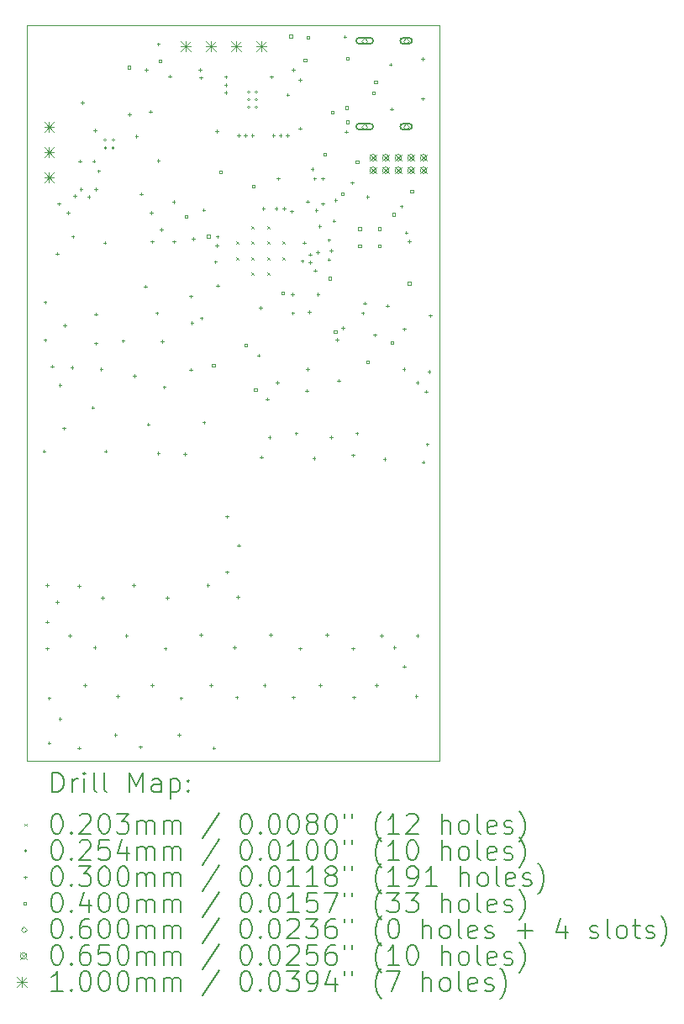
<source format=gbr>
%TF.GenerationSoftware,KiCad,Pcbnew,(6.0.8)*%
%TF.CreationDate,2022-11-18T14:33:23-05:00*%
%TF.ProjectId,Emrick,456d7269-636b-42e6-9b69-6361645f7063,2*%
%TF.SameCoordinates,Original*%
%TF.FileFunction,Drillmap*%
%TF.FilePolarity,Positive*%
%FSLAX45Y45*%
G04 Gerber Fmt 4.5, Leading zero omitted, Abs format (unit mm)*
G04 Created by KiCad (PCBNEW (6.0.8)) date 2022-11-18 14:33:23*
%MOMM*%
%LPD*%
G01*
G04 APERTURE LIST*
%ADD10C,0.100000*%
%ADD11C,0.200000*%
%ADD12C,0.020320*%
%ADD13C,0.025400*%
%ADD14C,0.030000*%
%ADD15C,0.040000*%
%ADD16C,0.060000*%
%ADD17C,0.065000*%
G04 APERTURE END LIST*
D10*
X12320000Y-1695000D02*
X12320000Y-9103250D01*
X8170000Y-1695000D02*
X12320000Y-1695000D01*
X8170000Y-9103250D02*
X8170000Y-1695000D01*
X8170000Y-9103250D02*
X12320000Y-9103250D01*
D11*
D12*
X10277340Y-3874490D02*
X10297660Y-3894810D01*
X10297660Y-3874490D02*
X10277340Y-3894810D01*
X10277340Y-4035190D02*
X10297660Y-4055510D01*
X10297660Y-4035190D02*
X10277340Y-4055510D01*
X10429490Y-3722340D02*
X10449810Y-3742660D01*
X10449810Y-3722340D02*
X10429490Y-3742660D01*
X10429490Y-3874490D02*
X10449810Y-3894810D01*
X10449810Y-3874490D02*
X10429490Y-3894810D01*
X10429490Y-4035190D02*
X10449810Y-4055510D01*
X10449810Y-4035190D02*
X10429490Y-4055510D01*
X10429490Y-4187340D02*
X10449810Y-4207660D01*
X10449810Y-4187340D02*
X10429490Y-4207660D01*
X10590190Y-3722340D02*
X10610510Y-3742660D01*
X10610510Y-3722340D02*
X10590190Y-3742660D01*
X10590190Y-3874490D02*
X10610510Y-3894810D01*
X10610510Y-3874490D02*
X10590190Y-3894810D01*
X10590190Y-4035190D02*
X10610510Y-4055510D01*
X10610510Y-4035190D02*
X10590190Y-4055510D01*
X10590190Y-4187340D02*
X10610510Y-4207660D01*
X10610510Y-4187340D02*
X10590190Y-4207660D01*
X10742340Y-3874490D02*
X10762660Y-3894810D01*
X10762660Y-3874490D02*
X10742340Y-3894810D01*
X10742340Y-4035190D02*
X10762660Y-4055510D01*
X10762660Y-4035190D02*
X10742340Y-4055510D01*
D13*
X8969830Y-2850630D02*
G75*
G03*
X8969830Y-2850630I-12700J0D01*
G01*
X8969830Y-2929370D02*
G75*
G03*
X8969830Y-2929370I-12700J0D01*
G01*
X9048570Y-2850630D02*
G75*
G03*
X9048570Y-2850630I-12700J0D01*
G01*
X9048570Y-2929370D02*
G75*
G03*
X9048570Y-2929370I-12700J0D01*
G01*
X10413330Y-2366260D02*
G75*
G03*
X10413330Y-2366260I-12700J0D01*
G01*
X10413330Y-2445000D02*
G75*
G03*
X10413330Y-2445000I-12700J0D01*
G01*
X10413330Y-2523740D02*
G75*
G03*
X10413330Y-2523740I-12700J0D01*
G01*
X10492070Y-2366260D02*
G75*
G03*
X10492070Y-2366260I-12700J0D01*
G01*
X10492070Y-2445000D02*
G75*
G03*
X10492070Y-2445000I-12700J0D01*
G01*
X10492070Y-2523740D02*
G75*
G03*
X10492070Y-2523740I-12700J0D01*
G01*
D14*
X8340000Y-5970000D02*
X8340000Y-6000000D01*
X8325000Y-5985000D02*
X8355000Y-5985000D01*
X8350000Y-4470000D02*
X8350000Y-4500000D01*
X8335000Y-4485000D02*
X8365000Y-4485000D01*
X8350000Y-4850000D02*
X8350000Y-4880000D01*
X8335000Y-4865000D02*
X8365000Y-4865000D01*
X8370000Y-7318250D02*
X8370000Y-7348250D01*
X8355000Y-7333250D02*
X8385000Y-7333250D01*
X8370000Y-7688250D02*
X8370000Y-7718250D01*
X8355000Y-7703250D02*
X8385000Y-7703250D01*
X8370000Y-7958250D02*
X8370000Y-7988250D01*
X8355000Y-7973250D02*
X8385000Y-7973250D01*
X8390000Y-8458250D02*
X8390000Y-8488250D01*
X8375000Y-8473250D02*
X8405000Y-8473250D01*
X8390000Y-8908250D02*
X8390000Y-8938250D01*
X8375000Y-8923250D02*
X8405000Y-8923250D01*
X8420000Y-5115000D02*
X8420000Y-5145000D01*
X8405000Y-5130000D02*
X8435000Y-5130000D01*
X8470000Y-3980000D02*
X8470000Y-4010000D01*
X8455000Y-3995000D02*
X8485000Y-3995000D01*
X8470000Y-7488250D02*
X8470000Y-7518250D01*
X8455000Y-7503250D02*
X8485000Y-7503250D01*
X8490000Y-3480000D02*
X8490000Y-3510000D01*
X8475000Y-3495000D02*
X8505000Y-3495000D01*
X8500000Y-5305000D02*
X8500000Y-5335000D01*
X8485000Y-5320000D02*
X8515000Y-5320000D01*
X8500000Y-8668250D02*
X8500000Y-8698250D01*
X8485000Y-8683250D02*
X8515000Y-8683250D01*
X8540000Y-5740000D02*
X8540000Y-5770000D01*
X8525000Y-5755000D02*
X8555000Y-5755000D01*
X8550000Y-4705000D02*
X8550000Y-4735000D01*
X8535000Y-4720000D02*
X8565000Y-4720000D01*
X8580000Y-3570000D02*
X8580000Y-3600000D01*
X8565000Y-3585000D02*
X8595000Y-3585000D01*
X8600000Y-7828250D02*
X8600000Y-7858250D01*
X8585000Y-7843250D02*
X8615000Y-7843250D01*
X8620000Y-5125000D02*
X8620000Y-5155000D01*
X8605000Y-5140000D02*
X8635000Y-5140000D01*
X8630000Y-3810000D02*
X8630000Y-3840000D01*
X8615000Y-3825000D02*
X8645000Y-3825000D01*
X8650000Y-3400000D02*
X8650000Y-3430000D01*
X8635000Y-3415000D02*
X8665000Y-3415000D01*
X8690000Y-7328250D02*
X8690000Y-7358250D01*
X8675000Y-7343250D02*
X8705000Y-7343250D01*
X8690000Y-8958250D02*
X8690000Y-8988250D01*
X8675000Y-8973250D02*
X8705000Y-8973250D01*
X8700000Y-3050000D02*
X8700000Y-3080000D01*
X8685000Y-3065000D02*
X8715000Y-3065000D01*
X8712450Y-3330000D02*
X8712450Y-3360000D01*
X8697450Y-3345000D02*
X8727450Y-3345000D01*
X8724750Y-2460000D02*
X8724750Y-2490000D01*
X8709750Y-2475000D02*
X8739750Y-2475000D01*
X8750000Y-8328250D02*
X8750000Y-8358250D01*
X8735000Y-8343250D02*
X8765000Y-8343250D01*
X8790000Y-3410000D02*
X8790000Y-3440000D01*
X8775000Y-3425000D02*
X8805000Y-3425000D01*
X8830000Y-5530000D02*
X8830000Y-5560000D01*
X8815000Y-5545000D02*
X8845000Y-5545000D01*
X8840000Y-3050000D02*
X8840000Y-3080000D01*
X8825000Y-3065000D02*
X8855000Y-3065000D01*
X8850000Y-7948250D02*
X8850000Y-7978250D01*
X8835000Y-7963250D02*
X8865000Y-7963250D01*
X8850927Y-2740927D02*
X8850927Y-2770927D01*
X8835927Y-2755927D02*
X8865927Y-2755927D01*
X8859925Y-3330075D02*
X8859925Y-3360075D01*
X8844925Y-3345075D02*
X8874925Y-3345075D01*
X8860000Y-4590000D02*
X8860000Y-4620000D01*
X8845000Y-4605000D02*
X8875000Y-4605000D01*
X8860000Y-4885000D02*
X8860000Y-4915000D01*
X8845000Y-4900000D02*
X8875000Y-4900000D01*
X8890000Y-3150000D02*
X8890000Y-3180000D01*
X8875000Y-3165000D02*
X8905000Y-3165000D01*
X8915000Y-5145000D02*
X8915000Y-5175000D01*
X8900000Y-5160000D02*
X8930000Y-5160000D01*
X8930000Y-7448250D02*
X8930000Y-7478250D01*
X8915000Y-7463250D02*
X8945000Y-7463250D01*
X8950000Y-3870000D02*
X8950000Y-3900000D01*
X8935000Y-3885000D02*
X8965000Y-3885000D01*
X8960000Y-5970000D02*
X8960000Y-6000000D01*
X8945000Y-5985000D02*
X8975000Y-5985000D01*
X9060000Y-8828250D02*
X9060000Y-8858250D01*
X9045000Y-8843250D02*
X9075000Y-8843250D01*
X9080000Y-8438250D02*
X9080000Y-8468250D01*
X9065000Y-8453250D02*
X9095000Y-8453250D01*
X9135000Y-4860000D02*
X9135000Y-4890000D01*
X9120000Y-4875000D02*
X9150000Y-4875000D01*
X9170000Y-7828250D02*
X9170000Y-7858250D01*
X9155000Y-7843250D02*
X9185000Y-7843250D01*
X9200000Y-2580000D02*
X9200000Y-2610000D01*
X9185000Y-2595000D02*
X9215000Y-2595000D01*
X9240000Y-7318250D02*
X9240000Y-7348250D01*
X9225000Y-7333250D02*
X9255000Y-7333250D01*
X9250000Y-5210000D02*
X9250000Y-5240000D01*
X9235000Y-5225000D02*
X9265000Y-5225000D01*
X9270000Y-2800000D02*
X9270000Y-2830000D01*
X9255000Y-2815000D02*
X9285000Y-2815000D01*
X9310000Y-8948250D02*
X9310000Y-8978250D01*
X9295000Y-8963250D02*
X9325000Y-8963250D01*
X9320000Y-3380000D02*
X9320000Y-3410000D01*
X9305000Y-3395000D02*
X9335000Y-3395000D01*
X9360000Y-4310000D02*
X9360000Y-4340000D01*
X9345000Y-4325000D02*
X9375000Y-4325000D01*
X9370000Y-2130000D02*
X9370000Y-2160000D01*
X9355000Y-2145000D02*
X9385000Y-2145000D01*
X9390000Y-5700000D02*
X9390000Y-5730000D01*
X9375000Y-5715000D02*
X9405000Y-5715000D01*
X9410000Y-2550000D02*
X9410000Y-2580000D01*
X9395000Y-2565000D02*
X9425000Y-2565000D01*
X9420000Y-3570000D02*
X9420000Y-3600000D01*
X9405000Y-3585000D02*
X9435000Y-3585000D01*
X9430000Y-3860000D02*
X9430000Y-3890000D01*
X9415000Y-3875000D02*
X9445000Y-3875000D01*
X9430000Y-8328250D02*
X9430000Y-8358250D01*
X9415000Y-8343250D02*
X9445000Y-8343250D01*
X9475000Y-4580000D02*
X9475000Y-4610000D01*
X9460000Y-4595000D02*
X9490000Y-4595000D01*
X9490000Y-1870000D02*
X9490000Y-1900000D01*
X9475000Y-1885000D02*
X9505000Y-1885000D01*
X9490000Y-3043125D02*
X9490000Y-3073125D01*
X9475000Y-3058125D02*
X9505000Y-3058125D01*
X9490000Y-5990000D02*
X9490000Y-6020000D01*
X9475000Y-6005000D02*
X9505000Y-6005000D01*
X9520000Y-3740000D02*
X9520000Y-3770000D01*
X9505000Y-3755000D02*
X9535000Y-3755000D01*
X9530000Y-4865000D02*
X9530000Y-4895000D01*
X9515000Y-4880000D02*
X9545000Y-4880000D01*
X9550000Y-5325000D02*
X9550000Y-5355000D01*
X9535000Y-5340000D02*
X9565000Y-5340000D01*
X9560000Y-7958250D02*
X9560000Y-7988250D01*
X9545000Y-7973250D02*
X9575000Y-7973250D01*
X9580000Y-7448250D02*
X9580000Y-7478250D01*
X9565000Y-7463250D02*
X9595000Y-7463250D01*
X9608050Y-2194950D02*
X9608050Y-2224950D01*
X9593050Y-2209950D02*
X9623050Y-2209950D01*
X9645000Y-3460000D02*
X9645000Y-3490000D01*
X9630000Y-3475000D02*
X9660000Y-3475000D01*
X9650000Y-3860000D02*
X9650000Y-3890000D01*
X9635000Y-3875000D02*
X9665000Y-3875000D01*
X9700000Y-8828250D02*
X9700000Y-8858250D01*
X9685000Y-8843250D02*
X9715000Y-8843250D01*
X9720000Y-8458250D02*
X9720000Y-8488250D01*
X9705000Y-8473250D02*
X9735000Y-8473250D01*
X9760000Y-6000000D02*
X9760000Y-6030000D01*
X9745000Y-6015000D02*
X9775000Y-6015000D01*
X9820000Y-4410000D02*
X9820000Y-4440000D01*
X9805000Y-4425000D02*
X9835000Y-4425000D01*
X9820000Y-5150000D02*
X9820000Y-5180000D01*
X9805000Y-5165000D02*
X9835000Y-5165000D01*
X9830000Y-4680000D02*
X9830000Y-4710000D01*
X9815000Y-4695000D02*
X9845000Y-4695000D01*
X9845000Y-3830000D02*
X9845000Y-3860000D01*
X9830000Y-3845000D02*
X9860000Y-3845000D01*
X9910000Y-2129950D02*
X9910000Y-2159950D01*
X9895000Y-2144950D02*
X9925000Y-2144950D01*
X9920000Y-2210000D02*
X9920000Y-2240000D01*
X9905000Y-2225000D02*
X9935000Y-2225000D01*
X9920000Y-7818250D02*
X9920000Y-7848250D01*
X9905000Y-7833250D02*
X9935000Y-7833250D01*
X9925000Y-4630000D02*
X9925000Y-4660000D01*
X9910000Y-4645000D02*
X9940000Y-4645000D01*
X9947709Y-3540000D02*
X9947709Y-3570000D01*
X9932709Y-3555000D02*
X9962709Y-3555000D01*
X9950000Y-5680000D02*
X9950000Y-5710000D01*
X9935000Y-5695000D02*
X9965000Y-5695000D01*
X9990000Y-7318250D02*
X9990000Y-7348250D01*
X9975000Y-7333250D02*
X10005000Y-7333250D01*
X10020000Y-8328250D02*
X10020000Y-8358250D01*
X10005000Y-8343250D02*
X10035000Y-8343250D01*
X10050000Y-8958250D02*
X10050000Y-8988250D01*
X10035000Y-8973250D02*
X10065000Y-8973250D01*
X10065841Y-4064159D02*
X10065841Y-4094159D01*
X10050841Y-4079159D02*
X10080841Y-4079159D01*
X10080000Y-2750000D02*
X10080000Y-2780000D01*
X10065000Y-2765000D02*
X10095000Y-2765000D01*
X10080000Y-3900000D02*
X10080000Y-3930000D01*
X10065000Y-3915000D02*
X10095000Y-3915000D01*
X10084795Y-3810282D02*
X10084795Y-3840282D01*
X10069795Y-3825282D02*
X10099795Y-3825282D01*
X10088000Y-4302000D02*
X10088000Y-4332000D01*
X10073000Y-4317000D02*
X10103000Y-4317000D01*
X10170000Y-2200000D02*
X10170000Y-2230000D01*
X10155000Y-2215000D02*
X10185000Y-2215000D01*
X10170000Y-2280000D02*
X10170000Y-2310000D01*
X10155000Y-2295000D02*
X10185000Y-2295000D01*
X10170000Y-2360000D02*
X10170000Y-2390000D01*
X10155000Y-2375000D02*
X10185000Y-2375000D01*
X10180000Y-6628250D02*
X10180000Y-6658250D01*
X10165000Y-6643250D02*
X10195000Y-6643250D01*
X10180000Y-7188250D02*
X10180000Y-7218250D01*
X10165000Y-7203250D02*
X10195000Y-7203250D01*
X10260000Y-7948250D02*
X10260000Y-7978250D01*
X10245000Y-7963250D02*
X10275000Y-7963250D01*
X10280000Y-8448250D02*
X10280000Y-8478250D01*
X10265000Y-8463250D02*
X10295000Y-8463250D01*
X10290000Y-7438250D02*
X10290000Y-7468250D01*
X10275000Y-7453250D02*
X10305000Y-7453250D01*
X10300000Y-2790000D02*
X10300000Y-2820000D01*
X10285000Y-2805000D02*
X10315000Y-2805000D01*
X10300000Y-6918250D02*
X10300000Y-6948250D01*
X10285000Y-6933250D02*
X10315000Y-6933250D01*
X10370000Y-2790000D02*
X10370000Y-2820000D01*
X10355000Y-2805000D02*
X10385000Y-2805000D01*
X10440000Y-2790000D02*
X10440000Y-2820000D01*
X10425000Y-2805000D02*
X10455000Y-2805000D01*
X10500000Y-5005000D02*
X10500000Y-5035000D01*
X10485000Y-5020000D02*
X10515000Y-5020000D01*
X10520045Y-4527450D02*
X10520045Y-4557450D01*
X10505045Y-4542450D02*
X10535045Y-4542450D01*
X10530000Y-6030000D02*
X10530000Y-6060000D01*
X10515000Y-6045000D02*
X10545000Y-6045000D01*
X10550000Y-3525000D02*
X10550000Y-3555000D01*
X10535000Y-3540000D02*
X10565000Y-3540000D01*
X10560000Y-8328250D02*
X10560000Y-8358250D01*
X10545000Y-8343250D02*
X10575000Y-8343250D01*
X10590000Y-5445000D02*
X10590000Y-5475000D01*
X10575000Y-5460000D02*
X10605000Y-5460000D01*
X10610000Y-5830000D02*
X10610000Y-5860000D01*
X10595000Y-5845000D02*
X10625000Y-5845000D01*
X10620000Y-7818250D02*
X10620000Y-7848250D01*
X10605000Y-7833250D02*
X10635000Y-7833250D01*
X10630000Y-2200000D02*
X10630000Y-2230000D01*
X10615000Y-2215000D02*
X10645000Y-2215000D01*
X10650000Y-2790000D02*
X10650000Y-2820000D01*
X10635000Y-2805000D02*
X10665000Y-2805000D01*
X10678411Y-3528187D02*
X10678411Y-3558187D01*
X10663411Y-3543187D02*
X10693411Y-3543187D01*
X10690000Y-5280000D02*
X10690000Y-5310000D01*
X10675000Y-5295000D02*
X10705000Y-5295000D01*
X10700000Y-3224750D02*
X10700000Y-3254750D01*
X10685000Y-3239750D02*
X10715000Y-3239750D01*
X10720000Y-2790000D02*
X10720000Y-2820000D01*
X10705000Y-2805000D02*
X10735000Y-2805000D01*
X10758310Y-3525328D02*
X10758310Y-3555328D01*
X10743310Y-3540328D02*
X10773310Y-3540328D01*
X10790000Y-2790000D02*
X10790000Y-2820000D01*
X10775000Y-2805000D02*
X10805000Y-2805000D01*
X10795000Y-2380000D02*
X10795000Y-2410000D01*
X10780000Y-2395000D02*
X10810000Y-2395000D01*
X10832550Y-3555000D02*
X10832550Y-3585000D01*
X10817550Y-3570000D02*
X10847550Y-3570000D01*
X10840000Y-4390000D02*
X10840000Y-4420000D01*
X10825000Y-4405000D02*
X10855000Y-4405000D01*
X10845000Y-4580000D02*
X10845000Y-4610000D01*
X10830000Y-4595000D02*
X10860000Y-4595000D01*
X10850000Y-2130000D02*
X10850000Y-2160000D01*
X10835000Y-2145000D02*
X10865000Y-2145000D01*
X10850000Y-8448250D02*
X10850000Y-8478250D01*
X10835000Y-8463250D02*
X10865000Y-8463250D01*
X10880000Y-5790000D02*
X10880000Y-5820000D01*
X10865000Y-5805000D02*
X10895000Y-5805000D01*
X10920000Y-2230000D02*
X10920000Y-2260000D01*
X10905000Y-2245000D02*
X10935000Y-2245000D01*
X10920000Y-2720000D02*
X10920000Y-2750000D01*
X10905000Y-2735000D02*
X10935000Y-2735000D01*
X10920000Y-7958250D02*
X10920000Y-7988250D01*
X10905000Y-7973250D02*
X10935000Y-7973250D01*
X10941468Y-4055006D02*
X10941468Y-4085006D01*
X10926468Y-4070006D02*
X10956468Y-4070006D01*
X10961456Y-3870750D02*
X10961456Y-3900750D01*
X10946456Y-3885750D02*
X10976456Y-3885750D01*
X10985000Y-5360000D02*
X10985000Y-5390000D01*
X10970000Y-5375000D02*
X11000000Y-5375000D01*
X10995000Y-3455000D02*
X10995000Y-3485000D01*
X10980000Y-3470000D02*
X11010000Y-3470000D01*
X10995000Y-5145000D02*
X10995000Y-5175000D01*
X10980000Y-5160000D02*
X11010000Y-5160000D01*
X11010000Y-4570000D02*
X11010000Y-4600000D01*
X10995000Y-4585000D02*
X11025000Y-4585000D01*
X11018663Y-3990061D02*
X11018663Y-4020061D01*
X11003663Y-4005061D02*
X11033663Y-4005061D01*
X11020000Y-4070000D02*
X11020000Y-4100000D01*
X11005000Y-4085000D02*
X11035000Y-4085000D01*
X11042334Y-3127334D02*
X11042334Y-3157334D01*
X11027334Y-3142334D02*
X11057334Y-3142334D01*
X11060000Y-6040000D02*
X11060000Y-6070000D01*
X11045000Y-6055000D02*
X11075000Y-6055000D01*
X11065050Y-3224750D02*
X11065050Y-3254750D01*
X11050050Y-3239750D02*
X11080050Y-3239750D01*
X11070000Y-4150000D02*
X11070000Y-4180000D01*
X11055000Y-4165000D02*
X11085000Y-4165000D01*
X11083353Y-3543353D02*
X11083353Y-3573353D01*
X11068353Y-3558353D02*
X11098353Y-3558353D01*
X11095873Y-3969309D02*
X11095873Y-3999309D01*
X11080873Y-3984309D02*
X11110873Y-3984309D01*
X11100000Y-4390000D02*
X11100000Y-4420000D01*
X11085000Y-4405000D02*
X11115000Y-4405000D01*
X11115841Y-3705841D02*
X11115841Y-3735841D01*
X11100841Y-3720841D02*
X11130841Y-3720841D01*
X11120000Y-8328250D02*
X11120000Y-8358250D01*
X11105000Y-8343250D02*
X11135000Y-8343250D01*
X11145000Y-3224750D02*
X11145000Y-3254750D01*
X11130000Y-3239750D02*
X11160000Y-3239750D01*
X11148353Y-3478353D02*
X11148353Y-3508353D01*
X11133353Y-3493353D02*
X11163353Y-3493353D01*
X11190000Y-7818250D02*
X11190000Y-7848250D01*
X11175000Y-7833250D02*
X11205000Y-7833250D01*
X11209950Y-3842738D02*
X11209950Y-3872738D01*
X11194950Y-3857738D02*
X11224950Y-3857738D01*
X11209950Y-4040000D02*
X11209950Y-4070000D01*
X11194950Y-4055000D02*
X11224950Y-4055000D01*
X11230000Y-3950000D02*
X11230000Y-3980000D01*
X11215000Y-3965000D02*
X11245000Y-3965000D01*
X11230000Y-5830000D02*
X11230000Y-5860000D01*
X11215000Y-5845000D02*
X11245000Y-5845000D01*
X11260000Y-3650000D02*
X11260000Y-3680000D01*
X11245000Y-3665000D02*
X11275000Y-3665000D01*
X11276827Y-3442450D02*
X11276827Y-3472450D01*
X11261827Y-3457450D02*
X11291827Y-3457450D01*
X11291225Y-4848845D02*
X11291225Y-4878845D01*
X11276225Y-4863845D02*
X11306225Y-4863845D01*
X11310000Y-5260000D02*
X11310000Y-5290000D01*
X11295000Y-5275000D02*
X11325000Y-5275000D01*
X11350000Y-4730000D02*
X11350000Y-4760000D01*
X11335000Y-4745000D02*
X11365000Y-4745000D01*
X11371151Y-1795539D02*
X11371151Y-1825539D01*
X11356151Y-1810539D02*
X11386151Y-1810539D01*
X11385842Y-2752550D02*
X11385842Y-2782550D01*
X11370842Y-2767550D02*
X11400842Y-2767550D01*
X11442416Y-3267550D02*
X11442416Y-3297550D01*
X11427416Y-3282550D02*
X11457416Y-3282550D01*
X11450000Y-6010000D02*
X11450000Y-6040000D01*
X11435000Y-6025000D02*
X11465000Y-6025000D01*
X11450000Y-7958250D02*
X11450000Y-7988250D01*
X11435000Y-7973250D02*
X11465000Y-7973250D01*
X11460000Y-8448250D02*
X11460000Y-8478250D01*
X11445000Y-8463250D02*
X11475000Y-8463250D01*
X11490000Y-5790000D02*
X11490000Y-5820000D01*
X11475000Y-5805000D02*
X11505000Y-5805000D01*
X11550000Y-4580000D02*
X11550000Y-4610000D01*
X11535000Y-4595000D02*
X11565000Y-4595000D01*
X11570000Y-4480000D02*
X11570000Y-4510000D01*
X11555000Y-4495000D02*
X11585000Y-4495000D01*
X11600000Y-3410000D02*
X11600000Y-3440000D01*
X11585000Y-3425000D02*
X11615000Y-3425000D01*
X11670000Y-4800000D02*
X11670000Y-4830000D01*
X11655000Y-4815000D02*
X11685000Y-4815000D01*
X11690000Y-8328250D02*
X11690000Y-8358250D01*
X11675000Y-8343250D02*
X11705000Y-8343250D01*
X11740000Y-7828250D02*
X11740000Y-7858250D01*
X11725000Y-7843250D02*
X11755000Y-7843250D01*
X11770000Y-6050000D02*
X11770000Y-6080000D01*
X11755000Y-6065000D02*
X11785000Y-6065000D01*
X11800000Y-4505000D02*
X11800000Y-4535000D01*
X11785000Y-4520000D02*
X11815000Y-4520000D01*
X11830000Y-2075000D02*
X11830000Y-2105000D01*
X11815000Y-2090000D02*
X11845000Y-2090000D01*
X11840000Y-2525000D02*
X11840000Y-2555000D01*
X11825000Y-2540000D02*
X11855000Y-2540000D01*
X11870000Y-7948250D02*
X11870000Y-7978250D01*
X11855000Y-7963250D02*
X11885000Y-7963250D01*
X11940000Y-3505000D02*
X11940000Y-3535000D01*
X11925000Y-3520000D02*
X11955000Y-3520000D01*
X11965000Y-5145000D02*
X11965000Y-5175000D01*
X11950000Y-5160000D02*
X11980000Y-5160000D01*
X11970000Y-4740000D02*
X11970000Y-4770000D01*
X11955000Y-4755000D02*
X11985000Y-4755000D01*
X11970000Y-8138250D02*
X11970000Y-8168250D01*
X11955000Y-8153250D02*
X11985000Y-8153250D01*
X11987573Y-3769950D02*
X11987573Y-3799950D01*
X11972573Y-3784950D02*
X12002573Y-3784950D01*
X12020000Y-3855000D02*
X12020000Y-3885000D01*
X12005000Y-3870000D02*
X12035000Y-3870000D01*
X12090000Y-8438250D02*
X12090000Y-8468250D01*
X12075000Y-8453250D02*
X12105000Y-8453250D01*
X12100000Y-5280000D02*
X12100000Y-5310000D01*
X12085000Y-5295000D02*
X12115000Y-5295000D01*
X12100000Y-7828250D02*
X12100000Y-7858250D01*
X12085000Y-7843250D02*
X12115000Y-7843250D01*
X12155000Y-2020000D02*
X12155000Y-2050000D01*
X12140000Y-2035000D02*
X12170000Y-2035000D01*
X12155000Y-2420000D02*
X12155000Y-2450000D01*
X12140000Y-2435000D02*
X12170000Y-2435000D01*
X12160000Y-6080000D02*
X12160000Y-6110000D01*
X12145000Y-6095000D02*
X12175000Y-6095000D01*
X12190000Y-5370000D02*
X12190000Y-5400000D01*
X12175000Y-5385000D02*
X12205000Y-5385000D01*
X12200000Y-5900000D02*
X12200000Y-5930000D01*
X12185000Y-5915000D02*
X12215000Y-5915000D01*
X12220000Y-5170000D02*
X12220000Y-5200000D01*
X12205000Y-5185000D02*
X12235000Y-5185000D01*
X12230000Y-4605000D02*
X12230000Y-4635000D01*
X12215000Y-4620000D02*
X12245000Y-4620000D01*
D15*
X9209142Y-2134142D02*
X9209142Y-2105858D01*
X9180858Y-2105858D01*
X9180858Y-2134142D01*
X9209142Y-2134142D01*
X9524142Y-2069142D02*
X9524142Y-2040858D01*
X9495858Y-2040858D01*
X9495858Y-2069142D01*
X9524142Y-2069142D01*
X9784142Y-3634142D02*
X9784142Y-3605858D01*
X9755858Y-3605858D01*
X9755858Y-3634142D01*
X9784142Y-3634142D01*
X10009142Y-3834142D02*
X10009142Y-3805858D01*
X9980858Y-3805858D01*
X9980858Y-3834142D01*
X10009142Y-3834142D01*
X10059142Y-5134142D02*
X10059142Y-5105858D01*
X10030858Y-5105858D01*
X10030858Y-5134142D01*
X10059142Y-5134142D01*
X10134142Y-3189142D02*
X10134142Y-3160858D01*
X10105858Y-3160858D01*
X10105858Y-3189142D01*
X10134142Y-3189142D01*
X10384142Y-4934142D02*
X10384142Y-4905858D01*
X10355858Y-4905858D01*
X10355858Y-4934142D01*
X10384142Y-4934142D01*
X10464142Y-3328842D02*
X10464142Y-3300558D01*
X10435858Y-3300558D01*
X10435858Y-3328842D01*
X10464142Y-3328842D01*
X10484142Y-5379142D02*
X10484142Y-5350858D01*
X10455858Y-5350858D01*
X10455858Y-5379142D01*
X10484142Y-5379142D01*
X10759142Y-4409142D02*
X10759142Y-4380858D01*
X10730858Y-4380858D01*
X10730858Y-4409142D01*
X10759142Y-4409142D01*
X10839142Y-1821692D02*
X10839142Y-1793408D01*
X10810858Y-1793408D01*
X10810858Y-1821692D01*
X10839142Y-1821692D01*
X10984142Y-2059142D02*
X10984142Y-2030858D01*
X10955858Y-2030858D01*
X10955858Y-2059142D01*
X10984142Y-2059142D01*
X11014142Y-1834142D02*
X11014142Y-1805858D01*
X10985858Y-1805858D01*
X10985858Y-1834142D01*
X11014142Y-1834142D01*
X11184142Y-3009142D02*
X11184142Y-2980858D01*
X11155858Y-2980858D01*
X11155858Y-3009142D01*
X11184142Y-3009142D01*
X11234142Y-4259142D02*
X11234142Y-4230858D01*
X11205858Y-4230858D01*
X11205858Y-4259142D01*
X11234142Y-4259142D01*
X11259192Y-2584142D02*
X11259192Y-2555858D01*
X11230908Y-2555858D01*
X11230908Y-2584142D01*
X11259192Y-2584142D01*
X11287138Y-4795017D02*
X11287138Y-4766732D01*
X11258854Y-4766732D01*
X11258854Y-4795017D01*
X11287138Y-4795017D01*
X11357912Y-3410372D02*
X11357912Y-3382088D01*
X11329628Y-3382088D01*
X11329628Y-3410372D01*
X11357912Y-3410372D01*
X11404142Y-2539142D02*
X11404142Y-2510858D01*
X11375858Y-2510858D01*
X11375858Y-2539142D01*
X11404142Y-2539142D01*
X11409142Y-2684142D02*
X11409142Y-2655858D01*
X11380858Y-2655858D01*
X11380858Y-2684142D01*
X11409142Y-2684142D01*
X11409642Y-2044142D02*
X11409642Y-2015858D01*
X11381358Y-2015858D01*
X11381358Y-2044142D01*
X11409642Y-2044142D01*
X11509142Y-3084142D02*
X11509142Y-3055858D01*
X11480858Y-3055858D01*
X11480858Y-3084142D01*
X11509142Y-3084142D01*
X11534142Y-3759142D02*
X11534142Y-3730858D01*
X11505858Y-3730858D01*
X11505858Y-3759142D01*
X11534142Y-3759142D01*
X11534142Y-3934142D02*
X11534142Y-3905858D01*
X11505858Y-3905858D01*
X11505858Y-3934142D01*
X11534142Y-3934142D01*
X11616642Y-5101642D02*
X11616642Y-5073358D01*
X11588358Y-5073358D01*
X11588358Y-5101642D01*
X11616642Y-5101642D01*
X11674142Y-2389142D02*
X11674142Y-2360858D01*
X11645858Y-2360858D01*
X11645858Y-2389142D01*
X11674142Y-2389142D01*
X11694142Y-2279142D02*
X11694142Y-2250858D01*
X11665858Y-2250858D01*
X11665858Y-2279142D01*
X11694142Y-2279142D01*
X11734142Y-3759142D02*
X11734142Y-3730858D01*
X11705858Y-3730858D01*
X11705858Y-3759142D01*
X11734142Y-3759142D01*
X11734142Y-3934142D02*
X11734142Y-3905858D01*
X11705858Y-3905858D01*
X11705858Y-3934142D01*
X11734142Y-3934142D01*
X11859142Y-4909142D02*
X11859142Y-4880858D01*
X11830858Y-4880858D01*
X11830858Y-4909142D01*
X11859142Y-4909142D01*
X11879142Y-3614142D02*
X11879142Y-3585858D01*
X11850858Y-3585858D01*
X11850858Y-3614142D01*
X11879142Y-3614142D01*
X12034142Y-4309142D02*
X12034142Y-4280858D01*
X12005858Y-4280858D01*
X12005858Y-4309142D01*
X12034142Y-4309142D01*
X12059142Y-3384142D02*
X12059142Y-3355858D01*
X12030858Y-3355858D01*
X12030858Y-3384142D01*
X12059142Y-3384142D01*
D16*
X11569500Y-1883000D02*
X11599500Y-1853000D01*
X11569500Y-1823000D01*
X11539500Y-1853000D01*
X11569500Y-1883000D01*
D11*
X11514500Y-1883000D02*
X11624500Y-1883000D01*
X11514500Y-1823000D02*
X11624500Y-1823000D01*
X11624500Y-1883000D02*
G75*
G03*
X11624500Y-1823000I0J30000D01*
G01*
X11514500Y-1823000D02*
G75*
G03*
X11514500Y-1883000I0J-30000D01*
G01*
D16*
X11569500Y-2747000D02*
X11599500Y-2717000D01*
X11569500Y-2687000D01*
X11539500Y-2717000D01*
X11569500Y-2747000D01*
D11*
X11514500Y-2747000D02*
X11624500Y-2747000D01*
X11514500Y-2687000D02*
X11624500Y-2687000D01*
X11624500Y-2747000D02*
G75*
G03*
X11624500Y-2687000I0J30000D01*
G01*
X11514500Y-2687000D02*
G75*
G03*
X11514500Y-2747000I0J-30000D01*
G01*
D16*
X11987500Y-1883000D02*
X12017500Y-1853000D01*
X11987500Y-1823000D01*
X11957500Y-1853000D01*
X11987500Y-1883000D01*
D11*
X11957500Y-1883000D02*
X12017500Y-1883000D01*
X11957500Y-1823000D02*
X12017500Y-1823000D01*
X12017500Y-1883000D02*
G75*
G03*
X12017500Y-1823000I0J30000D01*
G01*
X11957500Y-1823000D02*
G75*
G03*
X11957500Y-1883000I0J-30000D01*
G01*
D16*
X11987500Y-2747000D02*
X12017500Y-2717000D01*
X11987500Y-2687000D01*
X11957500Y-2717000D01*
X11987500Y-2747000D01*
D11*
X11957500Y-2747000D02*
X12017500Y-2747000D01*
X11957500Y-2687000D02*
X12017500Y-2687000D01*
X12017500Y-2747000D02*
G75*
G03*
X12017500Y-2687000I0J30000D01*
G01*
X11957500Y-2687000D02*
G75*
G03*
X11957500Y-2747000I0J-30000D01*
G01*
D17*
X11622500Y-2998000D02*
X11687500Y-3063000D01*
X11687500Y-2998000D02*
X11622500Y-3063000D01*
X11687500Y-3030500D02*
G75*
G03*
X11687500Y-3030500I-32500J0D01*
G01*
X11622500Y-3125000D02*
X11687500Y-3190000D01*
X11687500Y-3125000D02*
X11622500Y-3190000D01*
X11687500Y-3157500D02*
G75*
G03*
X11687500Y-3157500I-32500J0D01*
G01*
X11749500Y-2998000D02*
X11814500Y-3063000D01*
X11814500Y-2998000D02*
X11749500Y-3063000D01*
X11814500Y-3030500D02*
G75*
G03*
X11814500Y-3030500I-32500J0D01*
G01*
X11749500Y-3125000D02*
X11814500Y-3190000D01*
X11814500Y-3125000D02*
X11749500Y-3190000D01*
X11814500Y-3157500D02*
G75*
G03*
X11814500Y-3157500I-32500J0D01*
G01*
X11876500Y-2998000D02*
X11941500Y-3063000D01*
X11941500Y-2998000D02*
X11876500Y-3063000D01*
X11941500Y-3030500D02*
G75*
G03*
X11941500Y-3030500I-32500J0D01*
G01*
X11876500Y-3125000D02*
X11941500Y-3190000D01*
X11941500Y-3125000D02*
X11876500Y-3190000D01*
X11941500Y-3157500D02*
G75*
G03*
X11941500Y-3157500I-32500J0D01*
G01*
X12003500Y-2998000D02*
X12068500Y-3063000D01*
X12068500Y-2998000D02*
X12003500Y-3063000D01*
X12068500Y-3030500D02*
G75*
G03*
X12068500Y-3030500I-32500J0D01*
G01*
X12003500Y-3125000D02*
X12068500Y-3190000D01*
X12068500Y-3125000D02*
X12003500Y-3190000D01*
X12068500Y-3157500D02*
G75*
G03*
X12068500Y-3157500I-32500J0D01*
G01*
X12130500Y-2998000D02*
X12195500Y-3063000D01*
X12195500Y-2998000D02*
X12130500Y-3063000D01*
X12195500Y-3030500D02*
G75*
G03*
X12195500Y-3030500I-32500J0D01*
G01*
X12130500Y-3125000D02*
X12195500Y-3190000D01*
X12195500Y-3125000D02*
X12130500Y-3190000D01*
X12195500Y-3157500D02*
G75*
G03*
X12195500Y-3157500I-32500J0D01*
G01*
D10*
X8340700Y-2670100D02*
X8440700Y-2770100D01*
X8440700Y-2670100D02*
X8340700Y-2770100D01*
X8390700Y-2670100D02*
X8390700Y-2770100D01*
X8340700Y-2720100D02*
X8440700Y-2720100D01*
X8340700Y-2924100D02*
X8440700Y-3024100D01*
X8440700Y-2924100D02*
X8340700Y-3024100D01*
X8390700Y-2924100D02*
X8390700Y-3024100D01*
X8340700Y-2974100D02*
X8440700Y-2974100D01*
X8340700Y-3178100D02*
X8440700Y-3278100D01*
X8440700Y-3178100D02*
X8340700Y-3278100D01*
X8390700Y-3178100D02*
X8390700Y-3278100D01*
X8340700Y-3228100D02*
X8440700Y-3228100D01*
X9718000Y-1857500D02*
X9818000Y-1957500D01*
X9818000Y-1857500D02*
X9718000Y-1957500D01*
X9768000Y-1857500D02*
X9768000Y-1957500D01*
X9718000Y-1907500D02*
X9818000Y-1907500D01*
X9972000Y-1857500D02*
X10072000Y-1957500D01*
X10072000Y-1857500D02*
X9972000Y-1957500D01*
X10022000Y-1857500D02*
X10022000Y-1957500D01*
X9972000Y-1907500D02*
X10072000Y-1907500D01*
X10226000Y-1857500D02*
X10326000Y-1957500D01*
X10326000Y-1857500D02*
X10226000Y-1957500D01*
X10276000Y-1857500D02*
X10276000Y-1957500D01*
X10226000Y-1907500D02*
X10326000Y-1907500D01*
X10480000Y-1857500D02*
X10580000Y-1957500D01*
X10580000Y-1857500D02*
X10480000Y-1957500D01*
X10530000Y-1857500D02*
X10530000Y-1957500D01*
X10480000Y-1907500D02*
X10580000Y-1907500D01*
D11*
X8422619Y-9418726D02*
X8422619Y-9218726D01*
X8470238Y-9218726D01*
X8498810Y-9228250D01*
X8517857Y-9247298D01*
X8527381Y-9266345D01*
X8536905Y-9304440D01*
X8536905Y-9333012D01*
X8527381Y-9371107D01*
X8517857Y-9390155D01*
X8498810Y-9409202D01*
X8470238Y-9418726D01*
X8422619Y-9418726D01*
X8622619Y-9418726D02*
X8622619Y-9285393D01*
X8622619Y-9323488D02*
X8632143Y-9304440D01*
X8641667Y-9294917D01*
X8660714Y-9285393D01*
X8679762Y-9285393D01*
X8746429Y-9418726D02*
X8746429Y-9285393D01*
X8746429Y-9218726D02*
X8736905Y-9228250D01*
X8746429Y-9237774D01*
X8755952Y-9228250D01*
X8746429Y-9218726D01*
X8746429Y-9237774D01*
X8870238Y-9418726D02*
X8851190Y-9409202D01*
X8841667Y-9390155D01*
X8841667Y-9218726D01*
X8975000Y-9418726D02*
X8955952Y-9409202D01*
X8946429Y-9390155D01*
X8946429Y-9218726D01*
X9203571Y-9418726D02*
X9203571Y-9218726D01*
X9270238Y-9361583D01*
X9336905Y-9218726D01*
X9336905Y-9418726D01*
X9517857Y-9418726D02*
X9517857Y-9313964D01*
X9508333Y-9294917D01*
X9489286Y-9285393D01*
X9451190Y-9285393D01*
X9432143Y-9294917D01*
X9517857Y-9409202D02*
X9498810Y-9418726D01*
X9451190Y-9418726D01*
X9432143Y-9409202D01*
X9422619Y-9390155D01*
X9422619Y-9371107D01*
X9432143Y-9352060D01*
X9451190Y-9342536D01*
X9498810Y-9342536D01*
X9517857Y-9333012D01*
X9613095Y-9285393D02*
X9613095Y-9485393D01*
X9613095Y-9294917D02*
X9632143Y-9285393D01*
X9670238Y-9285393D01*
X9689286Y-9294917D01*
X9698810Y-9304440D01*
X9708333Y-9323488D01*
X9708333Y-9380631D01*
X9698810Y-9399679D01*
X9689286Y-9409202D01*
X9670238Y-9418726D01*
X9632143Y-9418726D01*
X9613095Y-9409202D01*
X9794048Y-9399679D02*
X9803571Y-9409202D01*
X9794048Y-9418726D01*
X9784524Y-9409202D01*
X9794048Y-9399679D01*
X9794048Y-9418726D01*
X9794048Y-9294917D02*
X9803571Y-9304440D01*
X9794048Y-9313964D01*
X9784524Y-9304440D01*
X9794048Y-9294917D01*
X9794048Y-9313964D01*
D12*
X8144680Y-9738090D02*
X8165000Y-9758410D01*
X8165000Y-9738090D02*
X8144680Y-9758410D01*
D11*
X8460714Y-9638726D02*
X8479762Y-9638726D01*
X8498810Y-9648250D01*
X8508333Y-9657774D01*
X8517857Y-9676821D01*
X8527381Y-9714917D01*
X8527381Y-9762536D01*
X8517857Y-9800631D01*
X8508333Y-9819679D01*
X8498810Y-9829202D01*
X8479762Y-9838726D01*
X8460714Y-9838726D01*
X8441667Y-9829202D01*
X8432143Y-9819679D01*
X8422619Y-9800631D01*
X8413095Y-9762536D01*
X8413095Y-9714917D01*
X8422619Y-9676821D01*
X8432143Y-9657774D01*
X8441667Y-9648250D01*
X8460714Y-9638726D01*
X8613095Y-9819679D02*
X8622619Y-9829202D01*
X8613095Y-9838726D01*
X8603571Y-9829202D01*
X8613095Y-9819679D01*
X8613095Y-9838726D01*
X8698810Y-9657774D02*
X8708333Y-9648250D01*
X8727381Y-9638726D01*
X8775000Y-9638726D01*
X8794048Y-9648250D01*
X8803571Y-9657774D01*
X8813095Y-9676821D01*
X8813095Y-9695869D01*
X8803571Y-9724440D01*
X8689286Y-9838726D01*
X8813095Y-9838726D01*
X8936905Y-9638726D02*
X8955952Y-9638726D01*
X8975000Y-9648250D01*
X8984524Y-9657774D01*
X8994048Y-9676821D01*
X9003571Y-9714917D01*
X9003571Y-9762536D01*
X8994048Y-9800631D01*
X8984524Y-9819679D01*
X8975000Y-9829202D01*
X8955952Y-9838726D01*
X8936905Y-9838726D01*
X8917857Y-9829202D01*
X8908333Y-9819679D01*
X8898810Y-9800631D01*
X8889286Y-9762536D01*
X8889286Y-9714917D01*
X8898810Y-9676821D01*
X8908333Y-9657774D01*
X8917857Y-9648250D01*
X8936905Y-9638726D01*
X9070238Y-9638726D02*
X9194048Y-9638726D01*
X9127381Y-9714917D01*
X9155952Y-9714917D01*
X9175000Y-9724440D01*
X9184524Y-9733964D01*
X9194048Y-9753012D01*
X9194048Y-9800631D01*
X9184524Y-9819679D01*
X9175000Y-9829202D01*
X9155952Y-9838726D01*
X9098810Y-9838726D01*
X9079762Y-9829202D01*
X9070238Y-9819679D01*
X9279762Y-9838726D02*
X9279762Y-9705393D01*
X9279762Y-9724440D02*
X9289286Y-9714917D01*
X9308333Y-9705393D01*
X9336905Y-9705393D01*
X9355952Y-9714917D01*
X9365476Y-9733964D01*
X9365476Y-9838726D01*
X9365476Y-9733964D02*
X9375000Y-9714917D01*
X9394048Y-9705393D01*
X9422619Y-9705393D01*
X9441667Y-9714917D01*
X9451190Y-9733964D01*
X9451190Y-9838726D01*
X9546429Y-9838726D02*
X9546429Y-9705393D01*
X9546429Y-9724440D02*
X9555952Y-9714917D01*
X9575000Y-9705393D01*
X9603571Y-9705393D01*
X9622619Y-9714917D01*
X9632143Y-9733964D01*
X9632143Y-9838726D01*
X9632143Y-9733964D02*
X9641667Y-9714917D01*
X9660714Y-9705393D01*
X9689286Y-9705393D01*
X9708333Y-9714917D01*
X9717857Y-9733964D01*
X9717857Y-9838726D01*
X10108333Y-9629202D02*
X9936905Y-9886345D01*
X10365476Y-9638726D02*
X10384524Y-9638726D01*
X10403571Y-9648250D01*
X10413095Y-9657774D01*
X10422619Y-9676821D01*
X10432143Y-9714917D01*
X10432143Y-9762536D01*
X10422619Y-9800631D01*
X10413095Y-9819679D01*
X10403571Y-9829202D01*
X10384524Y-9838726D01*
X10365476Y-9838726D01*
X10346429Y-9829202D01*
X10336905Y-9819679D01*
X10327381Y-9800631D01*
X10317857Y-9762536D01*
X10317857Y-9714917D01*
X10327381Y-9676821D01*
X10336905Y-9657774D01*
X10346429Y-9648250D01*
X10365476Y-9638726D01*
X10517857Y-9819679D02*
X10527381Y-9829202D01*
X10517857Y-9838726D01*
X10508333Y-9829202D01*
X10517857Y-9819679D01*
X10517857Y-9838726D01*
X10651190Y-9638726D02*
X10670238Y-9638726D01*
X10689286Y-9648250D01*
X10698810Y-9657774D01*
X10708333Y-9676821D01*
X10717857Y-9714917D01*
X10717857Y-9762536D01*
X10708333Y-9800631D01*
X10698810Y-9819679D01*
X10689286Y-9829202D01*
X10670238Y-9838726D01*
X10651190Y-9838726D01*
X10632143Y-9829202D01*
X10622619Y-9819679D01*
X10613095Y-9800631D01*
X10603571Y-9762536D01*
X10603571Y-9714917D01*
X10613095Y-9676821D01*
X10622619Y-9657774D01*
X10632143Y-9648250D01*
X10651190Y-9638726D01*
X10841667Y-9638726D02*
X10860714Y-9638726D01*
X10879762Y-9648250D01*
X10889286Y-9657774D01*
X10898810Y-9676821D01*
X10908333Y-9714917D01*
X10908333Y-9762536D01*
X10898810Y-9800631D01*
X10889286Y-9819679D01*
X10879762Y-9829202D01*
X10860714Y-9838726D01*
X10841667Y-9838726D01*
X10822619Y-9829202D01*
X10813095Y-9819679D01*
X10803571Y-9800631D01*
X10794048Y-9762536D01*
X10794048Y-9714917D01*
X10803571Y-9676821D01*
X10813095Y-9657774D01*
X10822619Y-9648250D01*
X10841667Y-9638726D01*
X11022619Y-9724440D02*
X11003571Y-9714917D01*
X10994048Y-9705393D01*
X10984524Y-9686345D01*
X10984524Y-9676821D01*
X10994048Y-9657774D01*
X11003571Y-9648250D01*
X11022619Y-9638726D01*
X11060714Y-9638726D01*
X11079762Y-9648250D01*
X11089286Y-9657774D01*
X11098810Y-9676821D01*
X11098810Y-9686345D01*
X11089286Y-9705393D01*
X11079762Y-9714917D01*
X11060714Y-9724440D01*
X11022619Y-9724440D01*
X11003571Y-9733964D01*
X10994048Y-9743488D01*
X10984524Y-9762536D01*
X10984524Y-9800631D01*
X10994048Y-9819679D01*
X11003571Y-9829202D01*
X11022619Y-9838726D01*
X11060714Y-9838726D01*
X11079762Y-9829202D01*
X11089286Y-9819679D01*
X11098810Y-9800631D01*
X11098810Y-9762536D01*
X11089286Y-9743488D01*
X11079762Y-9733964D01*
X11060714Y-9724440D01*
X11222619Y-9638726D02*
X11241667Y-9638726D01*
X11260714Y-9648250D01*
X11270238Y-9657774D01*
X11279762Y-9676821D01*
X11289286Y-9714917D01*
X11289286Y-9762536D01*
X11279762Y-9800631D01*
X11270238Y-9819679D01*
X11260714Y-9829202D01*
X11241667Y-9838726D01*
X11222619Y-9838726D01*
X11203571Y-9829202D01*
X11194048Y-9819679D01*
X11184524Y-9800631D01*
X11175000Y-9762536D01*
X11175000Y-9714917D01*
X11184524Y-9676821D01*
X11194048Y-9657774D01*
X11203571Y-9648250D01*
X11222619Y-9638726D01*
X11365476Y-9638726D02*
X11365476Y-9676821D01*
X11441667Y-9638726D02*
X11441667Y-9676821D01*
X11736905Y-9914917D02*
X11727381Y-9905393D01*
X11708333Y-9876821D01*
X11698809Y-9857774D01*
X11689286Y-9829202D01*
X11679762Y-9781583D01*
X11679762Y-9743488D01*
X11689286Y-9695869D01*
X11698809Y-9667298D01*
X11708333Y-9648250D01*
X11727381Y-9619679D01*
X11736905Y-9610155D01*
X11917857Y-9838726D02*
X11803571Y-9838726D01*
X11860714Y-9838726D02*
X11860714Y-9638726D01*
X11841667Y-9667298D01*
X11822619Y-9686345D01*
X11803571Y-9695869D01*
X11994048Y-9657774D02*
X12003571Y-9648250D01*
X12022619Y-9638726D01*
X12070238Y-9638726D01*
X12089286Y-9648250D01*
X12098809Y-9657774D01*
X12108333Y-9676821D01*
X12108333Y-9695869D01*
X12098809Y-9724440D01*
X11984524Y-9838726D01*
X12108333Y-9838726D01*
X12346428Y-9838726D02*
X12346428Y-9638726D01*
X12432143Y-9838726D02*
X12432143Y-9733964D01*
X12422619Y-9714917D01*
X12403571Y-9705393D01*
X12375000Y-9705393D01*
X12355952Y-9714917D01*
X12346428Y-9724440D01*
X12555952Y-9838726D02*
X12536905Y-9829202D01*
X12527381Y-9819679D01*
X12517857Y-9800631D01*
X12517857Y-9743488D01*
X12527381Y-9724440D01*
X12536905Y-9714917D01*
X12555952Y-9705393D01*
X12584524Y-9705393D01*
X12603571Y-9714917D01*
X12613095Y-9724440D01*
X12622619Y-9743488D01*
X12622619Y-9800631D01*
X12613095Y-9819679D01*
X12603571Y-9829202D01*
X12584524Y-9838726D01*
X12555952Y-9838726D01*
X12736905Y-9838726D02*
X12717857Y-9829202D01*
X12708333Y-9810155D01*
X12708333Y-9638726D01*
X12889286Y-9829202D02*
X12870238Y-9838726D01*
X12832143Y-9838726D01*
X12813095Y-9829202D01*
X12803571Y-9810155D01*
X12803571Y-9733964D01*
X12813095Y-9714917D01*
X12832143Y-9705393D01*
X12870238Y-9705393D01*
X12889286Y-9714917D01*
X12898809Y-9733964D01*
X12898809Y-9753012D01*
X12803571Y-9772060D01*
X12975000Y-9829202D02*
X12994048Y-9838726D01*
X13032143Y-9838726D01*
X13051190Y-9829202D01*
X13060714Y-9810155D01*
X13060714Y-9800631D01*
X13051190Y-9781583D01*
X13032143Y-9772060D01*
X13003571Y-9772060D01*
X12984524Y-9762536D01*
X12975000Y-9743488D01*
X12975000Y-9733964D01*
X12984524Y-9714917D01*
X13003571Y-9705393D01*
X13032143Y-9705393D01*
X13051190Y-9714917D01*
X13127381Y-9914917D02*
X13136905Y-9905393D01*
X13155952Y-9876821D01*
X13165476Y-9857774D01*
X13175000Y-9829202D01*
X13184524Y-9781583D01*
X13184524Y-9743488D01*
X13175000Y-9695869D01*
X13165476Y-9667298D01*
X13155952Y-9648250D01*
X13136905Y-9619679D01*
X13127381Y-9610155D01*
D13*
X8165000Y-10012250D02*
G75*
G03*
X8165000Y-10012250I-12700J0D01*
G01*
D11*
X8460714Y-9902726D02*
X8479762Y-9902726D01*
X8498810Y-9912250D01*
X8508333Y-9921774D01*
X8517857Y-9940821D01*
X8527381Y-9978917D01*
X8527381Y-10026536D01*
X8517857Y-10064631D01*
X8508333Y-10083679D01*
X8498810Y-10093202D01*
X8479762Y-10102726D01*
X8460714Y-10102726D01*
X8441667Y-10093202D01*
X8432143Y-10083679D01*
X8422619Y-10064631D01*
X8413095Y-10026536D01*
X8413095Y-9978917D01*
X8422619Y-9940821D01*
X8432143Y-9921774D01*
X8441667Y-9912250D01*
X8460714Y-9902726D01*
X8613095Y-10083679D02*
X8622619Y-10093202D01*
X8613095Y-10102726D01*
X8603571Y-10093202D01*
X8613095Y-10083679D01*
X8613095Y-10102726D01*
X8698810Y-9921774D02*
X8708333Y-9912250D01*
X8727381Y-9902726D01*
X8775000Y-9902726D01*
X8794048Y-9912250D01*
X8803571Y-9921774D01*
X8813095Y-9940821D01*
X8813095Y-9959869D01*
X8803571Y-9988440D01*
X8689286Y-10102726D01*
X8813095Y-10102726D01*
X8994048Y-9902726D02*
X8898810Y-9902726D01*
X8889286Y-9997964D01*
X8898810Y-9988440D01*
X8917857Y-9978917D01*
X8965476Y-9978917D01*
X8984524Y-9988440D01*
X8994048Y-9997964D01*
X9003571Y-10017012D01*
X9003571Y-10064631D01*
X8994048Y-10083679D01*
X8984524Y-10093202D01*
X8965476Y-10102726D01*
X8917857Y-10102726D01*
X8898810Y-10093202D01*
X8889286Y-10083679D01*
X9175000Y-9969393D02*
X9175000Y-10102726D01*
X9127381Y-9893202D02*
X9079762Y-10036060D01*
X9203571Y-10036060D01*
X9279762Y-10102726D02*
X9279762Y-9969393D01*
X9279762Y-9988440D02*
X9289286Y-9978917D01*
X9308333Y-9969393D01*
X9336905Y-9969393D01*
X9355952Y-9978917D01*
X9365476Y-9997964D01*
X9365476Y-10102726D01*
X9365476Y-9997964D02*
X9375000Y-9978917D01*
X9394048Y-9969393D01*
X9422619Y-9969393D01*
X9441667Y-9978917D01*
X9451190Y-9997964D01*
X9451190Y-10102726D01*
X9546429Y-10102726D02*
X9546429Y-9969393D01*
X9546429Y-9988440D02*
X9555952Y-9978917D01*
X9575000Y-9969393D01*
X9603571Y-9969393D01*
X9622619Y-9978917D01*
X9632143Y-9997964D01*
X9632143Y-10102726D01*
X9632143Y-9997964D02*
X9641667Y-9978917D01*
X9660714Y-9969393D01*
X9689286Y-9969393D01*
X9708333Y-9978917D01*
X9717857Y-9997964D01*
X9717857Y-10102726D01*
X10108333Y-9893202D02*
X9936905Y-10150345D01*
X10365476Y-9902726D02*
X10384524Y-9902726D01*
X10403571Y-9912250D01*
X10413095Y-9921774D01*
X10422619Y-9940821D01*
X10432143Y-9978917D01*
X10432143Y-10026536D01*
X10422619Y-10064631D01*
X10413095Y-10083679D01*
X10403571Y-10093202D01*
X10384524Y-10102726D01*
X10365476Y-10102726D01*
X10346429Y-10093202D01*
X10336905Y-10083679D01*
X10327381Y-10064631D01*
X10317857Y-10026536D01*
X10317857Y-9978917D01*
X10327381Y-9940821D01*
X10336905Y-9921774D01*
X10346429Y-9912250D01*
X10365476Y-9902726D01*
X10517857Y-10083679D02*
X10527381Y-10093202D01*
X10517857Y-10102726D01*
X10508333Y-10093202D01*
X10517857Y-10083679D01*
X10517857Y-10102726D01*
X10651190Y-9902726D02*
X10670238Y-9902726D01*
X10689286Y-9912250D01*
X10698810Y-9921774D01*
X10708333Y-9940821D01*
X10717857Y-9978917D01*
X10717857Y-10026536D01*
X10708333Y-10064631D01*
X10698810Y-10083679D01*
X10689286Y-10093202D01*
X10670238Y-10102726D01*
X10651190Y-10102726D01*
X10632143Y-10093202D01*
X10622619Y-10083679D01*
X10613095Y-10064631D01*
X10603571Y-10026536D01*
X10603571Y-9978917D01*
X10613095Y-9940821D01*
X10622619Y-9921774D01*
X10632143Y-9912250D01*
X10651190Y-9902726D01*
X10908333Y-10102726D02*
X10794048Y-10102726D01*
X10851190Y-10102726D02*
X10851190Y-9902726D01*
X10832143Y-9931298D01*
X10813095Y-9950345D01*
X10794048Y-9959869D01*
X11032143Y-9902726D02*
X11051190Y-9902726D01*
X11070238Y-9912250D01*
X11079762Y-9921774D01*
X11089286Y-9940821D01*
X11098810Y-9978917D01*
X11098810Y-10026536D01*
X11089286Y-10064631D01*
X11079762Y-10083679D01*
X11070238Y-10093202D01*
X11051190Y-10102726D01*
X11032143Y-10102726D01*
X11013095Y-10093202D01*
X11003571Y-10083679D01*
X10994048Y-10064631D01*
X10984524Y-10026536D01*
X10984524Y-9978917D01*
X10994048Y-9940821D01*
X11003571Y-9921774D01*
X11013095Y-9912250D01*
X11032143Y-9902726D01*
X11222619Y-9902726D02*
X11241667Y-9902726D01*
X11260714Y-9912250D01*
X11270238Y-9921774D01*
X11279762Y-9940821D01*
X11289286Y-9978917D01*
X11289286Y-10026536D01*
X11279762Y-10064631D01*
X11270238Y-10083679D01*
X11260714Y-10093202D01*
X11241667Y-10102726D01*
X11222619Y-10102726D01*
X11203571Y-10093202D01*
X11194048Y-10083679D01*
X11184524Y-10064631D01*
X11175000Y-10026536D01*
X11175000Y-9978917D01*
X11184524Y-9940821D01*
X11194048Y-9921774D01*
X11203571Y-9912250D01*
X11222619Y-9902726D01*
X11365476Y-9902726D02*
X11365476Y-9940821D01*
X11441667Y-9902726D02*
X11441667Y-9940821D01*
X11736905Y-10178917D02*
X11727381Y-10169393D01*
X11708333Y-10140821D01*
X11698809Y-10121774D01*
X11689286Y-10093202D01*
X11679762Y-10045583D01*
X11679762Y-10007488D01*
X11689286Y-9959869D01*
X11698809Y-9931298D01*
X11708333Y-9912250D01*
X11727381Y-9883679D01*
X11736905Y-9874155D01*
X11917857Y-10102726D02*
X11803571Y-10102726D01*
X11860714Y-10102726D02*
X11860714Y-9902726D01*
X11841667Y-9931298D01*
X11822619Y-9950345D01*
X11803571Y-9959869D01*
X12041667Y-9902726D02*
X12060714Y-9902726D01*
X12079762Y-9912250D01*
X12089286Y-9921774D01*
X12098809Y-9940821D01*
X12108333Y-9978917D01*
X12108333Y-10026536D01*
X12098809Y-10064631D01*
X12089286Y-10083679D01*
X12079762Y-10093202D01*
X12060714Y-10102726D01*
X12041667Y-10102726D01*
X12022619Y-10093202D01*
X12013095Y-10083679D01*
X12003571Y-10064631D01*
X11994048Y-10026536D01*
X11994048Y-9978917D01*
X12003571Y-9940821D01*
X12013095Y-9921774D01*
X12022619Y-9912250D01*
X12041667Y-9902726D01*
X12346428Y-10102726D02*
X12346428Y-9902726D01*
X12432143Y-10102726D02*
X12432143Y-9997964D01*
X12422619Y-9978917D01*
X12403571Y-9969393D01*
X12375000Y-9969393D01*
X12355952Y-9978917D01*
X12346428Y-9988440D01*
X12555952Y-10102726D02*
X12536905Y-10093202D01*
X12527381Y-10083679D01*
X12517857Y-10064631D01*
X12517857Y-10007488D01*
X12527381Y-9988440D01*
X12536905Y-9978917D01*
X12555952Y-9969393D01*
X12584524Y-9969393D01*
X12603571Y-9978917D01*
X12613095Y-9988440D01*
X12622619Y-10007488D01*
X12622619Y-10064631D01*
X12613095Y-10083679D01*
X12603571Y-10093202D01*
X12584524Y-10102726D01*
X12555952Y-10102726D01*
X12736905Y-10102726D02*
X12717857Y-10093202D01*
X12708333Y-10074155D01*
X12708333Y-9902726D01*
X12889286Y-10093202D02*
X12870238Y-10102726D01*
X12832143Y-10102726D01*
X12813095Y-10093202D01*
X12803571Y-10074155D01*
X12803571Y-9997964D01*
X12813095Y-9978917D01*
X12832143Y-9969393D01*
X12870238Y-9969393D01*
X12889286Y-9978917D01*
X12898809Y-9997964D01*
X12898809Y-10017012D01*
X12803571Y-10036060D01*
X12975000Y-10093202D02*
X12994048Y-10102726D01*
X13032143Y-10102726D01*
X13051190Y-10093202D01*
X13060714Y-10074155D01*
X13060714Y-10064631D01*
X13051190Y-10045583D01*
X13032143Y-10036060D01*
X13003571Y-10036060D01*
X12984524Y-10026536D01*
X12975000Y-10007488D01*
X12975000Y-9997964D01*
X12984524Y-9978917D01*
X13003571Y-9969393D01*
X13032143Y-9969393D01*
X13051190Y-9978917D01*
X13127381Y-10178917D02*
X13136905Y-10169393D01*
X13155952Y-10140821D01*
X13165476Y-10121774D01*
X13175000Y-10093202D01*
X13184524Y-10045583D01*
X13184524Y-10007488D01*
X13175000Y-9959869D01*
X13165476Y-9931298D01*
X13155952Y-9912250D01*
X13136905Y-9883679D01*
X13127381Y-9874155D01*
D14*
X8150000Y-10261250D02*
X8150000Y-10291250D01*
X8135000Y-10276250D02*
X8165000Y-10276250D01*
D11*
X8460714Y-10166726D02*
X8479762Y-10166726D01*
X8498810Y-10176250D01*
X8508333Y-10185774D01*
X8517857Y-10204821D01*
X8527381Y-10242917D01*
X8527381Y-10290536D01*
X8517857Y-10328631D01*
X8508333Y-10347679D01*
X8498810Y-10357202D01*
X8479762Y-10366726D01*
X8460714Y-10366726D01*
X8441667Y-10357202D01*
X8432143Y-10347679D01*
X8422619Y-10328631D01*
X8413095Y-10290536D01*
X8413095Y-10242917D01*
X8422619Y-10204821D01*
X8432143Y-10185774D01*
X8441667Y-10176250D01*
X8460714Y-10166726D01*
X8613095Y-10347679D02*
X8622619Y-10357202D01*
X8613095Y-10366726D01*
X8603571Y-10357202D01*
X8613095Y-10347679D01*
X8613095Y-10366726D01*
X8689286Y-10166726D02*
X8813095Y-10166726D01*
X8746429Y-10242917D01*
X8775000Y-10242917D01*
X8794048Y-10252440D01*
X8803571Y-10261964D01*
X8813095Y-10281012D01*
X8813095Y-10328631D01*
X8803571Y-10347679D01*
X8794048Y-10357202D01*
X8775000Y-10366726D01*
X8717857Y-10366726D01*
X8698810Y-10357202D01*
X8689286Y-10347679D01*
X8936905Y-10166726D02*
X8955952Y-10166726D01*
X8975000Y-10176250D01*
X8984524Y-10185774D01*
X8994048Y-10204821D01*
X9003571Y-10242917D01*
X9003571Y-10290536D01*
X8994048Y-10328631D01*
X8984524Y-10347679D01*
X8975000Y-10357202D01*
X8955952Y-10366726D01*
X8936905Y-10366726D01*
X8917857Y-10357202D01*
X8908333Y-10347679D01*
X8898810Y-10328631D01*
X8889286Y-10290536D01*
X8889286Y-10242917D01*
X8898810Y-10204821D01*
X8908333Y-10185774D01*
X8917857Y-10176250D01*
X8936905Y-10166726D01*
X9127381Y-10166726D02*
X9146429Y-10166726D01*
X9165476Y-10176250D01*
X9175000Y-10185774D01*
X9184524Y-10204821D01*
X9194048Y-10242917D01*
X9194048Y-10290536D01*
X9184524Y-10328631D01*
X9175000Y-10347679D01*
X9165476Y-10357202D01*
X9146429Y-10366726D01*
X9127381Y-10366726D01*
X9108333Y-10357202D01*
X9098810Y-10347679D01*
X9089286Y-10328631D01*
X9079762Y-10290536D01*
X9079762Y-10242917D01*
X9089286Y-10204821D01*
X9098810Y-10185774D01*
X9108333Y-10176250D01*
X9127381Y-10166726D01*
X9279762Y-10366726D02*
X9279762Y-10233393D01*
X9279762Y-10252440D02*
X9289286Y-10242917D01*
X9308333Y-10233393D01*
X9336905Y-10233393D01*
X9355952Y-10242917D01*
X9365476Y-10261964D01*
X9365476Y-10366726D01*
X9365476Y-10261964D02*
X9375000Y-10242917D01*
X9394048Y-10233393D01*
X9422619Y-10233393D01*
X9441667Y-10242917D01*
X9451190Y-10261964D01*
X9451190Y-10366726D01*
X9546429Y-10366726D02*
X9546429Y-10233393D01*
X9546429Y-10252440D02*
X9555952Y-10242917D01*
X9575000Y-10233393D01*
X9603571Y-10233393D01*
X9622619Y-10242917D01*
X9632143Y-10261964D01*
X9632143Y-10366726D01*
X9632143Y-10261964D02*
X9641667Y-10242917D01*
X9660714Y-10233393D01*
X9689286Y-10233393D01*
X9708333Y-10242917D01*
X9717857Y-10261964D01*
X9717857Y-10366726D01*
X10108333Y-10157202D02*
X9936905Y-10414345D01*
X10365476Y-10166726D02*
X10384524Y-10166726D01*
X10403571Y-10176250D01*
X10413095Y-10185774D01*
X10422619Y-10204821D01*
X10432143Y-10242917D01*
X10432143Y-10290536D01*
X10422619Y-10328631D01*
X10413095Y-10347679D01*
X10403571Y-10357202D01*
X10384524Y-10366726D01*
X10365476Y-10366726D01*
X10346429Y-10357202D01*
X10336905Y-10347679D01*
X10327381Y-10328631D01*
X10317857Y-10290536D01*
X10317857Y-10242917D01*
X10327381Y-10204821D01*
X10336905Y-10185774D01*
X10346429Y-10176250D01*
X10365476Y-10166726D01*
X10517857Y-10347679D02*
X10527381Y-10357202D01*
X10517857Y-10366726D01*
X10508333Y-10357202D01*
X10517857Y-10347679D01*
X10517857Y-10366726D01*
X10651190Y-10166726D02*
X10670238Y-10166726D01*
X10689286Y-10176250D01*
X10698810Y-10185774D01*
X10708333Y-10204821D01*
X10717857Y-10242917D01*
X10717857Y-10290536D01*
X10708333Y-10328631D01*
X10698810Y-10347679D01*
X10689286Y-10357202D01*
X10670238Y-10366726D01*
X10651190Y-10366726D01*
X10632143Y-10357202D01*
X10622619Y-10347679D01*
X10613095Y-10328631D01*
X10603571Y-10290536D01*
X10603571Y-10242917D01*
X10613095Y-10204821D01*
X10622619Y-10185774D01*
X10632143Y-10176250D01*
X10651190Y-10166726D01*
X10908333Y-10366726D02*
X10794048Y-10366726D01*
X10851190Y-10366726D02*
X10851190Y-10166726D01*
X10832143Y-10195298D01*
X10813095Y-10214345D01*
X10794048Y-10223869D01*
X11098810Y-10366726D02*
X10984524Y-10366726D01*
X11041667Y-10366726D02*
X11041667Y-10166726D01*
X11022619Y-10195298D01*
X11003571Y-10214345D01*
X10984524Y-10223869D01*
X11213095Y-10252440D02*
X11194048Y-10242917D01*
X11184524Y-10233393D01*
X11175000Y-10214345D01*
X11175000Y-10204821D01*
X11184524Y-10185774D01*
X11194048Y-10176250D01*
X11213095Y-10166726D01*
X11251190Y-10166726D01*
X11270238Y-10176250D01*
X11279762Y-10185774D01*
X11289286Y-10204821D01*
X11289286Y-10214345D01*
X11279762Y-10233393D01*
X11270238Y-10242917D01*
X11251190Y-10252440D01*
X11213095Y-10252440D01*
X11194048Y-10261964D01*
X11184524Y-10271488D01*
X11175000Y-10290536D01*
X11175000Y-10328631D01*
X11184524Y-10347679D01*
X11194048Y-10357202D01*
X11213095Y-10366726D01*
X11251190Y-10366726D01*
X11270238Y-10357202D01*
X11279762Y-10347679D01*
X11289286Y-10328631D01*
X11289286Y-10290536D01*
X11279762Y-10271488D01*
X11270238Y-10261964D01*
X11251190Y-10252440D01*
X11365476Y-10166726D02*
X11365476Y-10204821D01*
X11441667Y-10166726D02*
X11441667Y-10204821D01*
X11736905Y-10442917D02*
X11727381Y-10433393D01*
X11708333Y-10404821D01*
X11698809Y-10385774D01*
X11689286Y-10357202D01*
X11679762Y-10309583D01*
X11679762Y-10271488D01*
X11689286Y-10223869D01*
X11698809Y-10195298D01*
X11708333Y-10176250D01*
X11727381Y-10147679D01*
X11736905Y-10138155D01*
X11917857Y-10366726D02*
X11803571Y-10366726D01*
X11860714Y-10366726D02*
X11860714Y-10166726D01*
X11841667Y-10195298D01*
X11822619Y-10214345D01*
X11803571Y-10223869D01*
X12013095Y-10366726D02*
X12051190Y-10366726D01*
X12070238Y-10357202D01*
X12079762Y-10347679D01*
X12098809Y-10319107D01*
X12108333Y-10281012D01*
X12108333Y-10204821D01*
X12098809Y-10185774D01*
X12089286Y-10176250D01*
X12070238Y-10166726D01*
X12032143Y-10166726D01*
X12013095Y-10176250D01*
X12003571Y-10185774D01*
X11994048Y-10204821D01*
X11994048Y-10252440D01*
X12003571Y-10271488D01*
X12013095Y-10281012D01*
X12032143Y-10290536D01*
X12070238Y-10290536D01*
X12089286Y-10281012D01*
X12098809Y-10271488D01*
X12108333Y-10252440D01*
X12298809Y-10366726D02*
X12184524Y-10366726D01*
X12241667Y-10366726D02*
X12241667Y-10166726D01*
X12222619Y-10195298D01*
X12203571Y-10214345D01*
X12184524Y-10223869D01*
X12536905Y-10366726D02*
X12536905Y-10166726D01*
X12622619Y-10366726D02*
X12622619Y-10261964D01*
X12613095Y-10242917D01*
X12594048Y-10233393D01*
X12565476Y-10233393D01*
X12546428Y-10242917D01*
X12536905Y-10252440D01*
X12746428Y-10366726D02*
X12727381Y-10357202D01*
X12717857Y-10347679D01*
X12708333Y-10328631D01*
X12708333Y-10271488D01*
X12717857Y-10252440D01*
X12727381Y-10242917D01*
X12746428Y-10233393D01*
X12775000Y-10233393D01*
X12794048Y-10242917D01*
X12803571Y-10252440D01*
X12813095Y-10271488D01*
X12813095Y-10328631D01*
X12803571Y-10347679D01*
X12794048Y-10357202D01*
X12775000Y-10366726D01*
X12746428Y-10366726D01*
X12927381Y-10366726D02*
X12908333Y-10357202D01*
X12898809Y-10338155D01*
X12898809Y-10166726D01*
X13079762Y-10357202D02*
X13060714Y-10366726D01*
X13022619Y-10366726D01*
X13003571Y-10357202D01*
X12994048Y-10338155D01*
X12994048Y-10261964D01*
X13003571Y-10242917D01*
X13022619Y-10233393D01*
X13060714Y-10233393D01*
X13079762Y-10242917D01*
X13089286Y-10261964D01*
X13089286Y-10281012D01*
X12994048Y-10300060D01*
X13165476Y-10357202D02*
X13184524Y-10366726D01*
X13222619Y-10366726D01*
X13241667Y-10357202D01*
X13251190Y-10338155D01*
X13251190Y-10328631D01*
X13241667Y-10309583D01*
X13222619Y-10300060D01*
X13194048Y-10300060D01*
X13175000Y-10290536D01*
X13165476Y-10271488D01*
X13165476Y-10261964D01*
X13175000Y-10242917D01*
X13194048Y-10233393D01*
X13222619Y-10233393D01*
X13241667Y-10242917D01*
X13317857Y-10442917D02*
X13327381Y-10433393D01*
X13346428Y-10404821D01*
X13355952Y-10385774D01*
X13365476Y-10357202D01*
X13375000Y-10309583D01*
X13375000Y-10271488D01*
X13365476Y-10223869D01*
X13355952Y-10195298D01*
X13346428Y-10176250D01*
X13327381Y-10147679D01*
X13317857Y-10138155D01*
D15*
X8159142Y-10554392D02*
X8159142Y-10526108D01*
X8130858Y-10526108D01*
X8130858Y-10554392D01*
X8159142Y-10554392D01*
D11*
X8460714Y-10430726D02*
X8479762Y-10430726D01*
X8498810Y-10440250D01*
X8508333Y-10449774D01*
X8517857Y-10468821D01*
X8527381Y-10506917D01*
X8527381Y-10554536D01*
X8517857Y-10592631D01*
X8508333Y-10611679D01*
X8498810Y-10621202D01*
X8479762Y-10630726D01*
X8460714Y-10630726D01*
X8441667Y-10621202D01*
X8432143Y-10611679D01*
X8422619Y-10592631D01*
X8413095Y-10554536D01*
X8413095Y-10506917D01*
X8422619Y-10468821D01*
X8432143Y-10449774D01*
X8441667Y-10440250D01*
X8460714Y-10430726D01*
X8613095Y-10611679D02*
X8622619Y-10621202D01*
X8613095Y-10630726D01*
X8603571Y-10621202D01*
X8613095Y-10611679D01*
X8613095Y-10630726D01*
X8794048Y-10497393D02*
X8794048Y-10630726D01*
X8746429Y-10421202D02*
X8698810Y-10564060D01*
X8822619Y-10564060D01*
X8936905Y-10430726D02*
X8955952Y-10430726D01*
X8975000Y-10440250D01*
X8984524Y-10449774D01*
X8994048Y-10468821D01*
X9003571Y-10506917D01*
X9003571Y-10554536D01*
X8994048Y-10592631D01*
X8984524Y-10611679D01*
X8975000Y-10621202D01*
X8955952Y-10630726D01*
X8936905Y-10630726D01*
X8917857Y-10621202D01*
X8908333Y-10611679D01*
X8898810Y-10592631D01*
X8889286Y-10554536D01*
X8889286Y-10506917D01*
X8898810Y-10468821D01*
X8908333Y-10449774D01*
X8917857Y-10440250D01*
X8936905Y-10430726D01*
X9127381Y-10430726D02*
X9146429Y-10430726D01*
X9165476Y-10440250D01*
X9175000Y-10449774D01*
X9184524Y-10468821D01*
X9194048Y-10506917D01*
X9194048Y-10554536D01*
X9184524Y-10592631D01*
X9175000Y-10611679D01*
X9165476Y-10621202D01*
X9146429Y-10630726D01*
X9127381Y-10630726D01*
X9108333Y-10621202D01*
X9098810Y-10611679D01*
X9089286Y-10592631D01*
X9079762Y-10554536D01*
X9079762Y-10506917D01*
X9089286Y-10468821D01*
X9098810Y-10449774D01*
X9108333Y-10440250D01*
X9127381Y-10430726D01*
X9279762Y-10630726D02*
X9279762Y-10497393D01*
X9279762Y-10516440D02*
X9289286Y-10506917D01*
X9308333Y-10497393D01*
X9336905Y-10497393D01*
X9355952Y-10506917D01*
X9365476Y-10525964D01*
X9365476Y-10630726D01*
X9365476Y-10525964D02*
X9375000Y-10506917D01*
X9394048Y-10497393D01*
X9422619Y-10497393D01*
X9441667Y-10506917D01*
X9451190Y-10525964D01*
X9451190Y-10630726D01*
X9546429Y-10630726D02*
X9546429Y-10497393D01*
X9546429Y-10516440D02*
X9555952Y-10506917D01*
X9575000Y-10497393D01*
X9603571Y-10497393D01*
X9622619Y-10506917D01*
X9632143Y-10525964D01*
X9632143Y-10630726D01*
X9632143Y-10525964D02*
X9641667Y-10506917D01*
X9660714Y-10497393D01*
X9689286Y-10497393D01*
X9708333Y-10506917D01*
X9717857Y-10525964D01*
X9717857Y-10630726D01*
X10108333Y-10421202D02*
X9936905Y-10678345D01*
X10365476Y-10430726D02*
X10384524Y-10430726D01*
X10403571Y-10440250D01*
X10413095Y-10449774D01*
X10422619Y-10468821D01*
X10432143Y-10506917D01*
X10432143Y-10554536D01*
X10422619Y-10592631D01*
X10413095Y-10611679D01*
X10403571Y-10621202D01*
X10384524Y-10630726D01*
X10365476Y-10630726D01*
X10346429Y-10621202D01*
X10336905Y-10611679D01*
X10327381Y-10592631D01*
X10317857Y-10554536D01*
X10317857Y-10506917D01*
X10327381Y-10468821D01*
X10336905Y-10449774D01*
X10346429Y-10440250D01*
X10365476Y-10430726D01*
X10517857Y-10611679D02*
X10527381Y-10621202D01*
X10517857Y-10630726D01*
X10508333Y-10621202D01*
X10517857Y-10611679D01*
X10517857Y-10630726D01*
X10651190Y-10430726D02*
X10670238Y-10430726D01*
X10689286Y-10440250D01*
X10698810Y-10449774D01*
X10708333Y-10468821D01*
X10717857Y-10506917D01*
X10717857Y-10554536D01*
X10708333Y-10592631D01*
X10698810Y-10611679D01*
X10689286Y-10621202D01*
X10670238Y-10630726D01*
X10651190Y-10630726D01*
X10632143Y-10621202D01*
X10622619Y-10611679D01*
X10613095Y-10592631D01*
X10603571Y-10554536D01*
X10603571Y-10506917D01*
X10613095Y-10468821D01*
X10622619Y-10449774D01*
X10632143Y-10440250D01*
X10651190Y-10430726D01*
X10908333Y-10630726D02*
X10794048Y-10630726D01*
X10851190Y-10630726D02*
X10851190Y-10430726D01*
X10832143Y-10459298D01*
X10813095Y-10478345D01*
X10794048Y-10487869D01*
X11089286Y-10430726D02*
X10994048Y-10430726D01*
X10984524Y-10525964D01*
X10994048Y-10516440D01*
X11013095Y-10506917D01*
X11060714Y-10506917D01*
X11079762Y-10516440D01*
X11089286Y-10525964D01*
X11098810Y-10545012D01*
X11098810Y-10592631D01*
X11089286Y-10611679D01*
X11079762Y-10621202D01*
X11060714Y-10630726D01*
X11013095Y-10630726D01*
X10994048Y-10621202D01*
X10984524Y-10611679D01*
X11165476Y-10430726D02*
X11298809Y-10430726D01*
X11213095Y-10630726D01*
X11365476Y-10430726D02*
X11365476Y-10468821D01*
X11441667Y-10430726D02*
X11441667Y-10468821D01*
X11736905Y-10706917D02*
X11727381Y-10697393D01*
X11708333Y-10668821D01*
X11698809Y-10649774D01*
X11689286Y-10621202D01*
X11679762Y-10573583D01*
X11679762Y-10535488D01*
X11689286Y-10487869D01*
X11698809Y-10459298D01*
X11708333Y-10440250D01*
X11727381Y-10411679D01*
X11736905Y-10402155D01*
X11794048Y-10430726D02*
X11917857Y-10430726D01*
X11851190Y-10506917D01*
X11879762Y-10506917D01*
X11898809Y-10516440D01*
X11908333Y-10525964D01*
X11917857Y-10545012D01*
X11917857Y-10592631D01*
X11908333Y-10611679D01*
X11898809Y-10621202D01*
X11879762Y-10630726D01*
X11822619Y-10630726D01*
X11803571Y-10621202D01*
X11794048Y-10611679D01*
X11984524Y-10430726D02*
X12108333Y-10430726D01*
X12041667Y-10506917D01*
X12070238Y-10506917D01*
X12089286Y-10516440D01*
X12098809Y-10525964D01*
X12108333Y-10545012D01*
X12108333Y-10592631D01*
X12098809Y-10611679D01*
X12089286Y-10621202D01*
X12070238Y-10630726D01*
X12013095Y-10630726D01*
X11994048Y-10621202D01*
X11984524Y-10611679D01*
X12346428Y-10630726D02*
X12346428Y-10430726D01*
X12432143Y-10630726D02*
X12432143Y-10525964D01*
X12422619Y-10506917D01*
X12403571Y-10497393D01*
X12375000Y-10497393D01*
X12355952Y-10506917D01*
X12346428Y-10516440D01*
X12555952Y-10630726D02*
X12536905Y-10621202D01*
X12527381Y-10611679D01*
X12517857Y-10592631D01*
X12517857Y-10535488D01*
X12527381Y-10516440D01*
X12536905Y-10506917D01*
X12555952Y-10497393D01*
X12584524Y-10497393D01*
X12603571Y-10506917D01*
X12613095Y-10516440D01*
X12622619Y-10535488D01*
X12622619Y-10592631D01*
X12613095Y-10611679D01*
X12603571Y-10621202D01*
X12584524Y-10630726D01*
X12555952Y-10630726D01*
X12736905Y-10630726D02*
X12717857Y-10621202D01*
X12708333Y-10602155D01*
X12708333Y-10430726D01*
X12889286Y-10621202D02*
X12870238Y-10630726D01*
X12832143Y-10630726D01*
X12813095Y-10621202D01*
X12803571Y-10602155D01*
X12803571Y-10525964D01*
X12813095Y-10506917D01*
X12832143Y-10497393D01*
X12870238Y-10497393D01*
X12889286Y-10506917D01*
X12898809Y-10525964D01*
X12898809Y-10545012D01*
X12803571Y-10564060D01*
X12975000Y-10621202D02*
X12994048Y-10630726D01*
X13032143Y-10630726D01*
X13051190Y-10621202D01*
X13060714Y-10602155D01*
X13060714Y-10592631D01*
X13051190Y-10573583D01*
X13032143Y-10564060D01*
X13003571Y-10564060D01*
X12984524Y-10554536D01*
X12975000Y-10535488D01*
X12975000Y-10525964D01*
X12984524Y-10506917D01*
X13003571Y-10497393D01*
X13032143Y-10497393D01*
X13051190Y-10506917D01*
X13127381Y-10706917D02*
X13136905Y-10697393D01*
X13155952Y-10668821D01*
X13165476Y-10649774D01*
X13175000Y-10621202D01*
X13184524Y-10573583D01*
X13184524Y-10535488D01*
X13175000Y-10487869D01*
X13165476Y-10459298D01*
X13155952Y-10440250D01*
X13136905Y-10411679D01*
X13127381Y-10402155D01*
D16*
X8135000Y-10834250D02*
X8165000Y-10804250D01*
X8135000Y-10774250D01*
X8105000Y-10804250D01*
X8135000Y-10834250D01*
D11*
X8460714Y-10694726D02*
X8479762Y-10694726D01*
X8498810Y-10704250D01*
X8508333Y-10713774D01*
X8517857Y-10732821D01*
X8527381Y-10770917D01*
X8527381Y-10818536D01*
X8517857Y-10856631D01*
X8508333Y-10875679D01*
X8498810Y-10885202D01*
X8479762Y-10894726D01*
X8460714Y-10894726D01*
X8441667Y-10885202D01*
X8432143Y-10875679D01*
X8422619Y-10856631D01*
X8413095Y-10818536D01*
X8413095Y-10770917D01*
X8422619Y-10732821D01*
X8432143Y-10713774D01*
X8441667Y-10704250D01*
X8460714Y-10694726D01*
X8613095Y-10875679D02*
X8622619Y-10885202D01*
X8613095Y-10894726D01*
X8603571Y-10885202D01*
X8613095Y-10875679D01*
X8613095Y-10894726D01*
X8794048Y-10694726D02*
X8755952Y-10694726D01*
X8736905Y-10704250D01*
X8727381Y-10713774D01*
X8708333Y-10742345D01*
X8698810Y-10780440D01*
X8698810Y-10856631D01*
X8708333Y-10875679D01*
X8717857Y-10885202D01*
X8736905Y-10894726D01*
X8775000Y-10894726D01*
X8794048Y-10885202D01*
X8803571Y-10875679D01*
X8813095Y-10856631D01*
X8813095Y-10809012D01*
X8803571Y-10789964D01*
X8794048Y-10780440D01*
X8775000Y-10770917D01*
X8736905Y-10770917D01*
X8717857Y-10780440D01*
X8708333Y-10789964D01*
X8698810Y-10809012D01*
X8936905Y-10694726D02*
X8955952Y-10694726D01*
X8975000Y-10704250D01*
X8984524Y-10713774D01*
X8994048Y-10732821D01*
X9003571Y-10770917D01*
X9003571Y-10818536D01*
X8994048Y-10856631D01*
X8984524Y-10875679D01*
X8975000Y-10885202D01*
X8955952Y-10894726D01*
X8936905Y-10894726D01*
X8917857Y-10885202D01*
X8908333Y-10875679D01*
X8898810Y-10856631D01*
X8889286Y-10818536D01*
X8889286Y-10770917D01*
X8898810Y-10732821D01*
X8908333Y-10713774D01*
X8917857Y-10704250D01*
X8936905Y-10694726D01*
X9127381Y-10694726D02*
X9146429Y-10694726D01*
X9165476Y-10704250D01*
X9175000Y-10713774D01*
X9184524Y-10732821D01*
X9194048Y-10770917D01*
X9194048Y-10818536D01*
X9184524Y-10856631D01*
X9175000Y-10875679D01*
X9165476Y-10885202D01*
X9146429Y-10894726D01*
X9127381Y-10894726D01*
X9108333Y-10885202D01*
X9098810Y-10875679D01*
X9089286Y-10856631D01*
X9079762Y-10818536D01*
X9079762Y-10770917D01*
X9089286Y-10732821D01*
X9098810Y-10713774D01*
X9108333Y-10704250D01*
X9127381Y-10694726D01*
X9279762Y-10894726D02*
X9279762Y-10761393D01*
X9279762Y-10780440D02*
X9289286Y-10770917D01*
X9308333Y-10761393D01*
X9336905Y-10761393D01*
X9355952Y-10770917D01*
X9365476Y-10789964D01*
X9365476Y-10894726D01*
X9365476Y-10789964D02*
X9375000Y-10770917D01*
X9394048Y-10761393D01*
X9422619Y-10761393D01*
X9441667Y-10770917D01*
X9451190Y-10789964D01*
X9451190Y-10894726D01*
X9546429Y-10894726D02*
X9546429Y-10761393D01*
X9546429Y-10780440D02*
X9555952Y-10770917D01*
X9575000Y-10761393D01*
X9603571Y-10761393D01*
X9622619Y-10770917D01*
X9632143Y-10789964D01*
X9632143Y-10894726D01*
X9632143Y-10789964D02*
X9641667Y-10770917D01*
X9660714Y-10761393D01*
X9689286Y-10761393D01*
X9708333Y-10770917D01*
X9717857Y-10789964D01*
X9717857Y-10894726D01*
X10108333Y-10685202D02*
X9936905Y-10942345D01*
X10365476Y-10694726D02*
X10384524Y-10694726D01*
X10403571Y-10704250D01*
X10413095Y-10713774D01*
X10422619Y-10732821D01*
X10432143Y-10770917D01*
X10432143Y-10818536D01*
X10422619Y-10856631D01*
X10413095Y-10875679D01*
X10403571Y-10885202D01*
X10384524Y-10894726D01*
X10365476Y-10894726D01*
X10346429Y-10885202D01*
X10336905Y-10875679D01*
X10327381Y-10856631D01*
X10317857Y-10818536D01*
X10317857Y-10770917D01*
X10327381Y-10732821D01*
X10336905Y-10713774D01*
X10346429Y-10704250D01*
X10365476Y-10694726D01*
X10517857Y-10875679D02*
X10527381Y-10885202D01*
X10517857Y-10894726D01*
X10508333Y-10885202D01*
X10517857Y-10875679D01*
X10517857Y-10894726D01*
X10651190Y-10694726D02*
X10670238Y-10694726D01*
X10689286Y-10704250D01*
X10698810Y-10713774D01*
X10708333Y-10732821D01*
X10717857Y-10770917D01*
X10717857Y-10818536D01*
X10708333Y-10856631D01*
X10698810Y-10875679D01*
X10689286Y-10885202D01*
X10670238Y-10894726D01*
X10651190Y-10894726D01*
X10632143Y-10885202D01*
X10622619Y-10875679D01*
X10613095Y-10856631D01*
X10603571Y-10818536D01*
X10603571Y-10770917D01*
X10613095Y-10732821D01*
X10622619Y-10713774D01*
X10632143Y-10704250D01*
X10651190Y-10694726D01*
X10794048Y-10713774D02*
X10803571Y-10704250D01*
X10822619Y-10694726D01*
X10870238Y-10694726D01*
X10889286Y-10704250D01*
X10898810Y-10713774D01*
X10908333Y-10732821D01*
X10908333Y-10751869D01*
X10898810Y-10780440D01*
X10784524Y-10894726D01*
X10908333Y-10894726D01*
X10975000Y-10694726D02*
X11098810Y-10694726D01*
X11032143Y-10770917D01*
X11060714Y-10770917D01*
X11079762Y-10780440D01*
X11089286Y-10789964D01*
X11098810Y-10809012D01*
X11098810Y-10856631D01*
X11089286Y-10875679D01*
X11079762Y-10885202D01*
X11060714Y-10894726D01*
X11003571Y-10894726D01*
X10984524Y-10885202D01*
X10975000Y-10875679D01*
X11270238Y-10694726D02*
X11232143Y-10694726D01*
X11213095Y-10704250D01*
X11203571Y-10713774D01*
X11184524Y-10742345D01*
X11175000Y-10780440D01*
X11175000Y-10856631D01*
X11184524Y-10875679D01*
X11194048Y-10885202D01*
X11213095Y-10894726D01*
X11251190Y-10894726D01*
X11270238Y-10885202D01*
X11279762Y-10875679D01*
X11289286Y-10856631D01*
X11289286Y-10809012D01*
X11279762Y-10789964D01*
X11270238Y-10780440D01*
X11251190Y-10770917D01*
X11213095Y-10770917D01*
X11194048Y-10780440D01*
X11184524Y-10789964D01*
X11175000Y-10809012D01*
X11365476Y-10694726D02*
X11365476Y-10732821D01*
X11441667Y-10694726D02*
X11441667Y-10732821D01*
X11736905Y-10970917D02*
X11727381Y-10961393D01*
X11708333Y-10932821D01*
X11698809Y-10913774D01*
X11689286Y-10885202D01*
X11679762Y-10837583D01*
X11679762Y-10799488D01*
X11689286Y-10751869D01*
X11698809Y-10723298D01*
X11708333Y-10704250D01*
X11727381Y-10675679D01*
X11736905Y-10666155D01*
X11851190Y-10694726D02*
X11870238Y-10694726D01*
X11889286Y-10704250D01*
X11898809Y-10713774D01*
X11908333Y-10732821D01*
X11917857Y-10770917D01*
X11917857Y-10818536D01*
X11908333Y-10856631D01*
X11898809Y-10875679D01*
X11889286Y-10885202D01*
X11870238Y-10894726D01*
X11851190Y-10894726D01*
X11832143Y-10885202D01*
X11822619Y-10875679D01*
X11813095Y-10856631D01*
X11803571Y-10818536D01*
X11803571Y-10770917D01*
X11813095Y-10732821D01*
X11822619Y-10713774D01*
X11832143Y-10704250D01*
X11851190Y-10694726D01*
X12155952Y-10894726D02*
X12155952Y-10694726D01*
X12241667Y-10894726D02*
X12241667Y-10789964D01*
X12232143Y-10770917D01*
X12213095Y-10761393D01*
X12184524Y-10761393D01*
X12165476Y-10770917D01*
X12155952Y-10780440D01*
X12365476Y-10894726D02*
X12346428Y-10885202D01*
X12336905Y-10875679D01*
X12327381Y-10856631D01*
X12327381Y-10799488D01*
X12336905Y-10780440D01*
X12346428Y-10770917D01*
X12365476Y-10761393D01*
X12394048Y-10761393D01*
X12413095Y-10770917D01*
X12422619Y-10780440D01*
X12432143Y-10799488D01*
X12432143Y-10856631D01*
X12422619Y-10875679D01*
X12413095Y-10885202D01*
X12394048Y-10894726D01*
X12365476Y-10894726D01*
X12546428Y-10894726D02*
X12527381Y-10885202D01*
X12517857Y-10866155D01*
X12517857Y-10694726D01*
X12698809Y-10885202D02*
X12679762Y-10894726D01*
X12641667Y-10894726D01*
X12622619Y-10885202D01*
X12613095Y-10866155D01*
X12613095Y-10789964D01*
X12622619Y-10770917D01*
X12641667Y-10761393D01*
X12679762Y-10761393D01*
X12698809Y-10770917D01*
X12708333Y-10789964D01*
X12708333Y-10809012D01*
X12613095Y-10828060D01*
X12784524Y-10885202D02*
X12803571Y-10894726D01*
X12841667Y-10894726D01*
X12860714Y-10885202D01*
X12870238Y-10866155D01*
X12870238Y-10856631D01*
X12860714Y-10837583D01*
X12841667Y-10828060D01*
X12813095Y-10828060D01*
X12794048Y-10818536D01*
X12784524Y-10799488D01*
X12784524Y-10789964D01*
X12794048Y-10770917D01*
X12813095Y-10761393D01*
X12841667Y-10761393D01*
X12860714Y-10770917D01*
X13108333Y-10818536D02*
X13260714Y-10818536D01*
X13184524Y-10894726D02*
X13184524Y-10742345D01*
X13594048Y-10761393D02*
X13594048Y-10894726D01*
X13546428Y-10685202D02*
X13498809Y-10828060D01*
X13622619Y-10828060D01*
X13841667Y-10885202D02*
X13860714Y-10894726D01*
X13898809Y-10894726D01*
X13917857Y-10885202D01*
X13927381Y-10866155D01*
X13927381Y-10856631D01*
X13917857Y-10837583D01*
X13898809Y-10828060D01*
X13870238Y-10828060D01*
X13851190Y-10818536D01*
X13841667Y-10799488D01*
X13841667Y-10789964D01*
X13851190Y-10770917D01*
X13870238Y-10761393D01*
X13898809Y-10761393D01*
X13917857Y-10770917D01*
X14041667Y-10894726D02*
X14022619Y-10885202D01*
X14013095Y-10866155D01*
X14013095Y-10694726D01*
X14146428Y-10894726D02*
X14127381Y-10885202D01*
X14117857Y-10875679D01*
X14108333Y-10856631D01*
X14108333Y-10799488D01*
X14117857Y-10780440D01*
X14127381Y-10770917D01*
X14146428Y-10761393D01*
X14175000Y-10761393D01*
X14194048Y-10770917D01*
X14203571Y-10780440D01*
X14213095Y-10799488D01*
X14213095Y-10856631D01*
X14203571Y-10875679D01*
X14194048Y-10885202D01*
X14175000Y-10894726D01*
X14146428Y-10894726D01*
X14270238Y-10761393D02*
X14346428Y-10761393D01*
X14298809Y-10694726D02*
X14298809Y-10866155D01*
X14308333Y-10885202D01*
X14327381Y-10894726D01*
X14346428Y-10894726D01*
X14403571Y-10885202D02*
X14422619Y-10894726D01*
X14460714Y-10894726D01*
X14479762Y-10885202D01*
X14489286Y-10866155D01*
X14489286Y-10856631D01*
X14479762Y-10837583D01*
X14460714Y-10828060D01*
X14432143Y-10828060D01*
X14413095Y-10818536D01*
X14403571Y-10799488D01*
X14403571Y-10789964D01*
X14413095Y-10770917D01*
X14432143Y-10761393D01*
X14460714Y-10761393D01*
X14479762Y-10770917D01*
X14555952Y-10970917D02*
X14565476Y-10961393D01*
X14584524Y-10932821D01*
X14594048Y-10913774D01*
X14603571Y-10885202D01*
X14613095Y-10837583D01*
X14613095Y-10799488D01*
X14603571Y-10751869D01*
X14594048Y-10723298D01*
X14584524Y-10704250D01*
X14565476Y-10675679D01*
X14555952Y-10666155D01*
D17*
X8100000Y-11035750D02*
X8165000Y-11100750D01*
X8165000Y-11035750D02*
X8100000Y-11100750D01*
X8165000Y-11068250D02*
G75*
G03*
X8165000Y-11068250I-32500J0D01*
G01*
D11*
X8460714Y-10958726D02*
X8479762Y-10958726D01*
X8498810Y-10968250D01*
X8508333Y-10977774D01*
X8517857Y-10996821D01*
X8527381Y-11034917D01*
X8527381Y-11082536D01*
X8517857Y-11120631D01*
X8508333Y-11139679D01*
X8498810Y-11149202D01*
X8479762Y-11158726D01*
X8460714Y-11158726D01*
X8441667Y-11149202D01*
X8432143Y-11139679D01*
X8422619Y-11120631D01*
X8413095Y-11082536D01*
X8413095Y-11034917D01*
X8422619Y-10996821D01*
X8432143Y-10977774D01*
X8441667Y-10968250D01*
X8460714Y-10958726D01*
X8613095Y-11139679D02*
X8622619Y-11149202D01*
X8613095Y-11158726D01*
X8603571Y-11149202D01*
X8613095Y-11139679D01*
X8613095Y-11158726D01*
X8794048Y-10958726D02*
X8755952Y-10958726D01*
X8736905Y-10968250D01*
X8727381Y-10977774D01*
X8708333Y-11006345D01*
X8698810Y-11044440D01*
X8698810Y-11120631D01*
X8708333Y-11139679D01*
X8717857Y-11149202D01*
X8736905Y-11158726D01*
X8775000Y-11158726D01*
X8794048Y-11149202D01*
X8803571Y-11139679D01*
X8813095Y-11120631D01*
X8813095Y-11073012D01*
X8803571Y-11053964D01*
X8794048Y-11044440D01*
X8775000Y-11034917D01*
X8736905Y-11034917D01*
X8717857Y-11044440D01*
X8708333Y-11053964D01*
X8698810Y-11073012D01*
X8994048Y-10958726D02*
X8898810Y-10958726D01*
X8889286Y-11053964D01*
X8898810Y-11044440D01*
X8917857Y-11034917D01*
X8965476Y-11034917D01*
X8984524Y-11044440D01*
X8994048Y-11053964D01*
X9003571Y-11073012D01*
X9003571Y-11120631D01*
X8994048Y-11139679D01*
X8984524Y-11149202D01*
X8965476Y-11158726D01*
X8917857Y-11158726D01*
X8898810Y-11149202D01*
X8889286Y-11139679D01*
X9127381Y-10958726D02*
X9146429Y-10958726D01*
X9165476Y-10968250D01*
X9175000Y-10977774D01*
X9184524Y-10996821D01*
X9194048Y-11034917D01*
X9194048Y-11082536D01*
X9184524Y-11120631D01*
X9175000Y-11139679D01*
X9165476Y-11149202D01*
X9146429Y-11158726D01*
X9127381Y-11158726D01*
X9108333Y-11149202D01*
X9098810Y-11139679D01*
X9089286Y-11120631D01*
X9079762Y-11082536D01*
X9079762Y-11034917D01*
X9089286Y-10996821D01*
X9098810Y-10977774D01*
X9108333Y-10968250D01*
X9127381Y-10958726D01*
X9279762Y-11158726D02*
X9279762Y-11025393D01*
X9279762Y-11044440D02*
X9289286Y-11034917D01*
X9308333Y-11025393D01*
X9336905Y-11025393D01*
X9355952Y-11034917D01*
X9365476Y-11053964D01*
X9365476Y-11158726D01*
X9365476Y-11053964D02*
X9375000Y-11034917D01*
X9394048Y-11025393D01*
X9422619Y-11025393D01*
X9441667Y-11034917D01*
X9451190Y-11053964D01*
X9451190Y-11158726D01*
X9546429Y-11158726D02*
X9546429Y-11025393D01*
X9546429Y-11044440D02*
X9555952Y-11034917D01*
X9575000Y-11025393D01*
X9603571Y-11025393D01*
X9622619Y-11034917D01*
X9632143Y-11053964D01*
X9632143Y-11158726D01*
X9632143Y-11053964D02*
X9641667Y-11034917D01*
X9660714Y-11025393D01*
X9689286Y-11025393D01*
X9708333Y-11034917D01*
X9717857Y-11053964D01*
X9717857Y-11158726D01*
X10108333Y-10949202D02*
X9936905Y-11206345D01*
X10365476Y-10958726D02*
X10384524Y-10958726D01*
X10403571Y-10968250D01*
X10413095Y-10977774D01*
X10422619Y-10996821D01*
X10432143Y-11034917D01*
X10432143Y-11082536D01*
X10422619Y-11120631D01*
X10413095Y-11139679D01*
X10403571Y-11149202D01*
X10384524Y-11158726D01*
X10365476Y-11158726D01*
X10346429Y-11149202D01*
X10336905Y-11139679D01*
X10327381Y-11120631D01*
X10317857Y-11082536D01*
X10317857Y-11034917D01*
X10327381Y-10996821D01*
X10336905Y-10977774D01*
X10346429Y-10968250D01*
X10365476Y-10958726D01*
X10517857Y-11139679D02*
X10527381Y-11149202D01*
X10517857Y-11158726D01*
X10508333Y-11149202D01*
X10517857Y-11139679D01*
X10517857Y-11158726D01*
X10651190Y-10958726D02*
X10670238Y-10958726D01*
X10689286Y-10968250D01*
X10698810Y-10977774D01*
X10708333Y-10996821D01*
X10717857Y-11034917D01*
X10717857Y-11082536D01*
X10708333Y-11120631D01*
X10698810Y-11139679D01*
X10689286Y-11149202D01*
X10670238Y-11158726D01*
X10651190Y-11158726D01*
X10632143Y-11149202D01*
X10622619Y-11139679D01*
X10613095Y-11120631D01*
X10603571Y-11082536D01*
X10603571Y-11034917D01*
X10613095Y-10996821D01*
X10622619Y-10977774D01*
X10632143Y-10968250D01*
X10651190Y-10958726D01*
X10794048Y-10977774D02*
X10803571Y-10968250D01*
X10822619Y-10958726D01*
X10870238Y-10958726D01*
X10889286Y-10968250D01*
X10898810Y-10977774D01*
X10908333Y-10996821D01*
X10908333Y-11015869D01*
X10898810Y-11044440D01*
X10784524Y-11158726D01*
X10908333Y-11158726D01*
X11089286Y-10958726D02*
X10994048Y-10958726D01*
X10984524Y-11053964D01*
X10994048Y-11044440D01*
X11013095Y-11034917D01*
X11060714Y-11034917D01*
X11079762Y-11044440D01*
X11089286Y-11053964D01*
X11098810Y-11073012D01*
X11098810Y-11120631D01*
X11089286Y-11139679D01*
X11079762Y-11149202D01*
X11060714Y-11158726D01*
X11013095Y-11158726D01*
X10994048Y-11149202D01*
X10984524Y-11139679D01*
X11270238Y-10958726D02*
X11232143Y-10958726D01*
X11213095Y-10968250D01*
X11203571Y-10977774D01*
X11184524Y-11006345D01*
X11175000Y-11044440D01*
X11175000Y-11120631D01*
X11184524Y-11139679D01*
X11194048Y-11149202D01*
X11213095Y-11158726D01*
X11251190Y-11158726D01*
X11270238Y-11149202D01*
X11279762Y-11139679D01*
X11289286Y-11120631D01*
X11289286Y-11073012D01*
X11279762Y-11053964D01*
X11270238Y-11044440D01*
X11251190Y-11034917D01*
X11213095Y-11034917D01*
X11194048Y-11044440D01*
X11184524Y-11053964D01*
X11175000Y-11073012D01*
X11365476Y-10958726D02*
X11365476Y-10996821D01*
X11441667Y-10958726D02*
X11441667Y-10996821D01*
X11736905Y-11234917D02*
X11727381Y-11225393D01*
X11708333Y-11196821D01*
X11698809Y-11177774D01*
X11689286Y-11149202D01*
X11679762Y-11101583D01*
X11679762Y-11063488D01*
X11689286Y-11015869D01*
X11698809Y-10987298D01*
X11708333Y-10968250D01*
X11727381Y-10939679D01*
X11736905Y-10930155D01*
X11917857Y-11158726D02*
X11803571Y-11158726D01*
X11860714Y-11158726D02*
X11860714Y-10958726D01*
X11841667Y-10987298D01*
X11822619Y-11006345D01*
X11803571Y-11015869D01*
X12041667Y-10958726D02*
X12060714Y-10958726D01*
X12079762Y-10968250D01*
X12089286Y-10977774D01*
X12098809Y-10996821D01*
X12108333Y-11034917D01*
X12108333Y-11082536D01*
X12098809Y-11120631D01*
X12089286Y-11139679D01*
X12079762Y-11149202D01*
X12060714Y-11158726D01*
X12041667Y-11158726D01*
X12022619Y-11149202D01*
X12013095Y-11139679D01*
X12003571Y-11120631D01*
X11994048Y-11082536D01*
X11994048Y-11034917D01*
X12003571Y-10996821D01*
X12013095Y-10977774D01*
X12022619Y-10968250D01*
X12041667Y-10958726D01*
X12346428Y-11158726D02*
X12346428Y-10958726D01*
X12432143Y-11158726D02*
X12432143Y-11053964D01*
X12422619Y-11034917D01*
X12403571Y-11025393D01*
X12375000Y-11025393D01*
X12355952Y-11034917D01*
X12346428Y-11044440D01*
X12555952Y-11158726D02*
X12536905Y-11149202D01*
X12527381Y-11139679D01*
X12517857Y-11120631D01*
X12517857Y-11063488D01*
X12527381Y-11044440D01*
X12536905Y-11034917D01*
X12555952Y-11025393D01*
X12584524Y-11025393D01*
X12603571Y-11034917D01*
X12613095Y-11044440D01*
X12622619Y-11063488D01*
X12622619Y-11120631D01*
X12613095Y-11139679D01*
X12603571Y-11149202D01*
X12584524Y-11158726D01*
X12555952Y-11158726D01*
X12736905Y-11158726D02*
X12717857Y-11149202D01*
X12708333Y-11130155D01*
X12708333Y-10958726D01*
X12889286Y-11149202D02*
X12870238Y-11158726D01*
X12832143Y-11158726D01*
X12813095Y-11149202D01*
X12803571Y-11130155D01*
X12803571Y-11053964D01*
X12813095Y-11034917D01*
X12832143Y-11025393D01*
X12870238Y-11025393D01*
X12889286Y-11034917D01*
X12898809Y-11053964D01*
X12898809Y-11073012D01*
X12803571Y-11092060D01*
X12975000Y-11149202D02*
X12994048Y-11158726D01*
X13032143Y-11158726D01*
X13051190Y-11149202D01*
X13060714Y-11130155D01*
X13060714Y-11120631D01*
X13051190Y-11101583D01*
X13032143Y-11092060D01*
X13003571Y-11092060D01*
X12984524Y-11082536D01*
X12975000Y-11063488D01*
X12975000Y-11053964D01*
X12984524Y-11034917D01*
X13003571Y-11025393D01*
X13032143Y-11025393D01*
X13051190Y-11034917D01*
X13127381Y-11234917D02*
X13136905Y-11225393D01*
X13155952Y-11196821D01*
X13165476Y-11177774D01*
X13175000Y-11149202D01*
X13184524Y-11101583D01*
X13184524Y-11063488D01*
X13175000Y-11015869D01*
X13165476Y-10987298D01*
X13155952Y-10968250D01*
X13136905Y-10939679D01*
X13127381Y-10930155D01*
D10*
X8065000Y-11282250D02*
X8165000Y-11382250D01*
X8165000Y-11282250D02*
X8065000Y-11382250D01*
X8115000Y-11282250D02*
X8115000Y-11382250D01*
X8065000Y-11332250D02*
X8165000Y-11332250D01*
D11*
X8527381Y-11422726D02*
X8413095Y-11422726D01*
X8470238Y-11422726D02*
X8470238Y-11222726D01*
X8451190Y-11251298D01*
X8432143Y-11270345D01*
X8413095Y-11279869D01*
X8613095Y-11403678D02*
X8622619Y-11413202D01*
X8613095Y-11422726D01*
X8603571Y-11413202D01*
X8613095Y-11403678D01*
X8613095Y-11422726D01*
X8746429Y-11222726D02*
X8765476Y-11222726D01*
X8784524Y-11232250D01*
X8794048Y-11241774D01*
X8803571Y-11260821D01*
X8813095Y-11298917D01*
X8813095Y-11346536D01*
X8803571Y-11384631D01*
X8794048Y-11403678D01*
X8784524Y-11413202D01*
X8765476Y-11422726D01*
X8746429Y-11422726D01*
X8727381Y-11413202D01*
X8717857Y-11403678D01*
X8708333Y-11384631D01*
X8698810Y-11346536D01*
X8698810Y-11298917D01*
X8708333Y-11260821D01*
X8717857Y-11241774D01*
X8727381Y-11232250D01*
X8746429Y-11222726D01*
X8936905Y-11222726D02*
X8955952Y-11222726D01*
X8975000Y-11232250D01*
X8984524Y-11241774D01*
X8994048Y-11260821D01*
X9003571Y-11298917D01*
X9003571Y-11346536D01*
X8994048Y-11384631D01*
X8984524Y-11403678D01*
X8975000Y-11413202D01*
X8955952Y-11422726D01*
X8936905Y-11422726D01*
X8917857Y-11413202D01*
X8908333Y-11403678D01*
X8898810Y-11384631D01*
X8889286Y-11346536D01*
X8889286Y-11298917D01*
X8898810Y-11260821D01*
X8908333Y-11241774D01*
X8917857Y-11232250D01*
X8936905Y-11222726D01*
X9127381Y-11222726D02*
X9146429Y-11222726D01*
X9165476Y-11232250D01*
X9175000Y-11241774D01*
X9184524Y-11260821D01*
X9194048Y-11298917D01*
X9194048Y-11346536D01*
X9184524Y-11384631D01*
X9175000Y-11403678D01*
X9165476Y-11413202D01*
X9146429Y-11422726D01*
X9127381Y-11422726D01*
X9108333Y-11413202D01*
X9098810Y-11403678D01*
X9089286Y-11384631D01*
X9079762Y-11346536D01*
X9079762Y-11298917D01*
X9089286Y-11260821D01*
X9098810Y-11241774D01*
X9108333Y-11232250D01*
X9127381Y-11222726D01*
X9279762Y-11422726D02*
X9279762Y-11289393D01*
X9279762Y-11308440D02*
X9289286Y-11298917D01*
X9308333Y-11289393D01*
X9336905Y-11289393D01*
X9355952Y-11298917D01*
X9365476Y-11317964D01*
X9365476Y-11422726D01*
X9365476Y-11317964D02*
X9375000Y-11298917D01*
X9394048Y-11289393D01*
X9422619Y-11289393D01*
X9441667Y-11298917D01*
X9451190Y-11317964D01*
X9451190Y-11422726D01*
X9546429Y-11422726D02*
X9546429Y-11289393D01*
X9546429Y-11308440D02*
X9555952Y-11298917D01*
X9575000Y-11289393D01*
X9603571Y-11289393D01*
X9622619Y-11298917D01*
X9632143Y-11317964D01*
X9632143Y-11422726D01*
X9632143Y-11317964D02*
X9641667Y-11298917D01*
X9660714Y-11289393D01*
X9689286Y-11289393D01*
X9708333Y-11298917D01*
X9717857Y-11317964D01*
X9717857Y-11422726D01*
X10108333Y-11213202D02*
X9936905Y-11470345D01*
X10365476Y-11222726D02*
X10384524Y-11222726D01*
X10403571Y-11232250D01*
X10413095Y-11241774D01*
X10422619Y-11260821D01*
X10432143Y-11298917D01*
X10432143Y-11346536D01*
X10422619Y-11384631D01*
X10413095Y-11403678D01*
X10403571Y-11413202D01*
X10384524Y-11422726D01*
X10365476Y-11422726D01*
X10346429Y-11413202D01*
X10336905Y-11403678D01*
X10327381Y-11384631D01*
X10317857Y-11346536D01*
X10317857Y-11298917D01*
X10327381Y-11260821D01*
X10336905Y-11241774D01*
X10346429Y-11232250D01*
X10365476Y-11222726D01*
X10517857Y-11403678D02*
X10527381Y-11413202D01*
X10517857Y-11422726D01*
X10508333Y-11413202D01*
X10517857Y-11403678D01*
X10517857Y-11422726D01*
X10651190Y-11222726D02*
X10670238Y-11222726D01*
X10689286Y-11232250D01*
X10698810Y-11241774D01*
X10708333Y-11260821D01*
X10717857Y-11298917D01*
X10717857Y-11346536D01*
X10708333Y-11384631D01*
X10698810Y-11403678D01*
X10689286Y-11413202D01*
X10670238Y-11422726D01*
X10651190Y-11422726D01*
X10632143Y-11413202D01*
X10622619Y-11403678D01*
X10613095Y-11384631D01*
X10603571Y-11346536D01*
X10603571Y-11298917D01*
X10613095Y-11260821D01*
X10622619Y-11241774D01*
X10632143Y-11232250D01*
X10651190Y-11222726D01*
X10784524Y-11222726D02*
X10908333Y-11222726D01*
X10841667Y-11298917D01*
X10870238Y-11298917D01*
X10889286Y-11308440D01*
X10898810Y-11317964D01*
X10908333Y-11337012D01*
X10908333Y-11384631D01*
X10898810Y-11403678D01*
X10889286Y-11413202D01*
X10870238Y-11422726D01*
X10813095Y-11422726D01*
X10794048Y-11413202D01*
X10784524Y-11403678D01*
X11003571Y-11422726D02*
X11041667Y-11422726D01*
X11060714Y-11413202D01*
X11070238Y-11403678D01*
X11089286Y-11375107D01*
X11098810Y-11337012D01*
X11098810Y-11260821D01*
X11089286Y-11241774D01*
X11079762Y-11232250D01*
X11060714Y-11222726D01*
X11022619Y-11222726D01*
X11003571Y-11232250D01*
X10994048Y-11241774D01*
X10984524Y-11260821D01*
X10984524Y-11308440D01*
X10994048Y-11327488D01*
X11003571Y-11337012D01*
X11022619Y-11346536D01*
X11060714Y-11346536D01*
X11079762Y-11337012D01*
X11089286Y-11327488D01*
X11098810Y-11308440D01*
X11270238Y-11289393D02*
X11270238Y-11422726D01*
X11222619Y-11213202D02*
X11175000Y-11356059D01*
X11298809Y-11356059D01*
X11365476Y-11222726D02*
X11365476Y-11260821D01*
X11441667Y-11222726D02*
X11441667Y-11260821D01*
X11736905Y-11498917D02*
X11727381Y-11489393D01*
X11708333Y-11460821D01*
X11698809Y-11441774D01*
X11689286Y-11413202D01*
X11679762Y-11365583D01*
X11679762Y-11327488D01*
X11689286Y-11279869D01*
X11698809Y-11251298D01*
X11708333Y-11232250D01*
X11727381Y-11203678D01*
X11736905Y-11194155D01*
X11794048Y-11222726D02*
X11927381Y-11222726D01*
X11841667Y-11422726D01*
X12155952Y-11422726D02*
X12155952Y-11222726D01*
X12241667Y-11422726D02*
X12241667Y-11317964D01*
X12232143Y-11298917D01*
X12213095Y-11289393D01*
X12184524Y-11289393D01*
X12165476Y-11298917D01*
X12155952Y-11308440D01*
X12365476Y-11422726D02*
X12346428Y-11413202D01*
X12336905Y-11403678D01*
X12327381Y-11384631D01*
X12327381Y-11327488D01*
X12336905Y-11308440D01*
X12346428Y-11298917D01*
X12365476Y-11289393D01*
X12394048Y-11289393D01*
X12413095Y-11298917D01*
X12422619Y-11308440D01*
X12432143Y-11327488D01*
X12432143Y-11384631D01*
X12422619Y-11403678D01*
X12413095Y-11413202D01*
X12394048Y-11422726D01*
X12365476Y-11422726D01*
X12546428Y-11422726D02*
X12527381Y-11413202D01*
X12517857Y-11394155D01*
X12517857Y-11222726D01*
X12698809Y-11413202D02*
X12679762Y-11422726D01*
X12641667Y-11422726D01*
X12622619Y-11413202D01*
X12613095Y-11394155D01*
X12613095Y-11317964D01*
X12622619Y-11298917D01*
X12641667Y-11289393D01*
X12679762Y-11289393D01*
X12698809Y-11298917D01*
X12708333Y-11317964D01*
X12708333Y-11337012D01*
X12613095Y-11356059D01*
X12784524Y-11413202D02*
X12803571Y-11422726D01*
X12841667Y-11422726D01*
X12860714Y-11413202D01*
X12870238Y-11394155D01*
X12870238Y-11384631D01*
X12860714Y-11365583D01*
X12841667Y-11356059D01*
X12813095Y-11356059D01*
X12794048Y-11346536D01*
X12784524Y-11327488D01*
X12784524Y-11317964D01*
X12794048Y-11298917D01*
X12813095Y-11289393D01*
X12841667Y-11289393D01*
X12860714Y-11298917D01*
X12936905Y-11498917D02*
X12946428Y-11489393D01*
X12965476Y-11460821D01*
X12975000Y-11441774D01*
X12984524Y-11413202D01*
X12994048Y-11365583D01*
X12994048Y-11327488D01*
X12984524Y-11279869D01*
X12975000Y-11251298D01*
X12965476Y-11232250D01*
X12946428Y-11203678D01*
X12936905Y-11194155D01*
M02*

</source>
